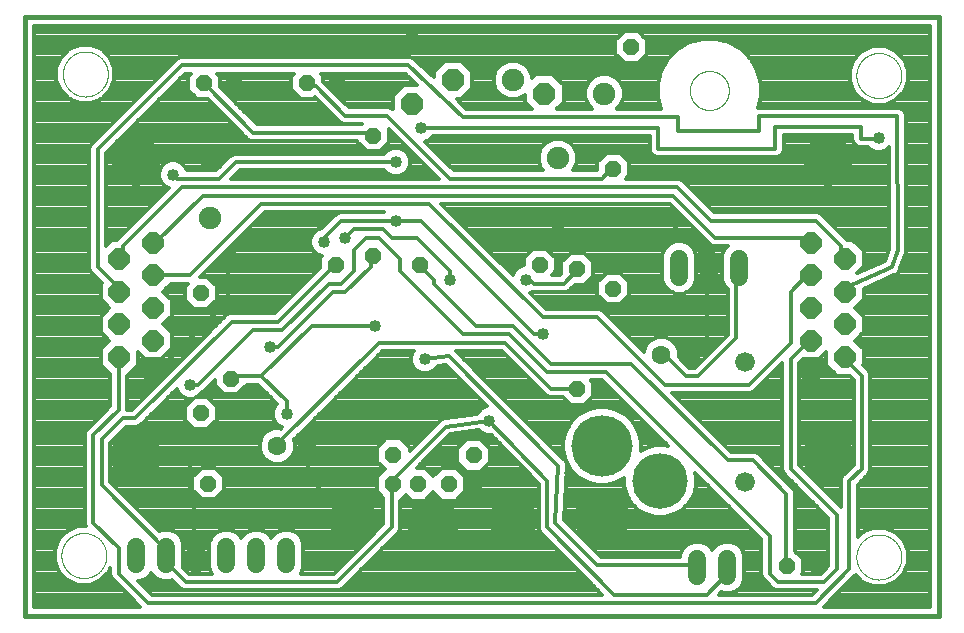
<source format=gbl>
G75*
%MOIN*%
%OFA0B0*%
%FSLAX25Y25*%
%IPPOS*%
%LPD*%
%AMOC8*
5,1,8,0,0,1.08239X$1,22.5*
%
%ADD10C,0.00000*%
%ADD11C,0.01600*%
%ADD12OC8,0.06300*%
%ADD13C,0.06300*%
%ADD14OC8,0.05200*%
%ADD15C,0.05937*%
%ADD16C,0.15748*%
%ADD17OC8,0.05600*%
%ADD18C,0.17716*%
%ADD19C,0.18504*%
%ADD20C,0.20472*%
%ADD21C,0.06600*%
%ADD22C,0.06000*%
%ADD23C,0.07500*%
%ADD24OC8,0.07500*%
%ADD25OC8,0.07050*%
%ADD26C,0.16750*%
%ADD27C,0.01400*%
%ADD28C,0.04000*%
D10*
X0017500Y0022500D02*
X0017502Y0022684D01*
X0017509Y0022868D01*
X0017520Y0023052D01*
X0017536Y0023235D01*
X0017556Y0023418D01*
X0017581Y0023600D01*
X0017610Y0023782D01*
X0017644Y0023963D01*
X0017682Y0024143D01*
X0017725Y0024322D01*
X0017772Y0024500D01*
X0017823Y0024677D01*
X0017879Y0024853D01*
X0017938Y0025027D01*
X0018003Y0025199D01*
X0018071Y0025370D01*
X0018143Y0025539D01*
X0018220Y0025707D01*
X0018301Y0025872D01*
X0018386Y0026035D01*
X0018474Y0026197D01*
X0018567Y0026356D01*
X0018664Y0026512D01*
X0018764Y0026667D01*
X0018868Y0026819D01*
X0018976Y0026968D01*
X0019087Y0027114D01*
X0019202Y0027258D01*
X0019321Y0027399D01*
X0019443Y0027537D01*
X0019568Y0027672D01*
X0019697Y0027803D01*
X0019828Y0027932D01*
X0019963Y0028057D01*
X0020101Y0028179D01*
X0020242Y0028298D01*
X0020386Y0028413D01*
X0020532Y0028524D01*
X0020681Y0028632D01*
X0020833Y0028736D01*
X0020988Y0028836D01*
X0021144Y0028933D01*
X0021303Y0029026D01*
X0021465Y0029114D01*
X0021628Y0029199D01*
X0021793Y0029280D01*
X0021961Y0029357D01*
X0022130Y0029429D01*
X0022301Y0029497D01*
X0022473Y0029562D01*
X0022647Y0029621D01*
X0022823Y0029677D01*
X0023000Y0029728D01*
X0023178Y0029775D01*
X0023357Y0029818D01*
X0023537Y0029856D01*
X0023718Y0029890D01*
X0023900Y0029919D01*
X0024082Y0029944D01*
X0024265Y0029964D01*
X0024448Y0029980D01*
X0024632Y0029991D01*
X0024816Y0029998D01*
X0025000Y0030000D01*
X0025184Y0029998D01*
X0025368Y0029991D01*
X0025552Y0029980D01*
X0025735Y0029964D01*
X0025918Y0029944D01*
X0026100Y0029919D01*
X0026282Y0029890D01*
X0026463Y0029856D01*
X0026643Y0029818D01*
X0026822Y0029775D01*
X0027000Y0029728D01*
X0027177Y0029677D01*
X0027353Y0029621D01*
X0027527Y0029562D01*
X0027699Y0029497D01*
X0027870Y0029429D01*
X0028039Y0029357D01*
X0028207Y0029280D01*
X0028372Y0029199D01*
X0028535Y0029114D01*
X0028697Y0029026D01*
X0028856Y0028933D01*
X0029012Y0028836D01*
X0029167Y0028736D01*
X0029319Y0028632D01*
X0029468Y0028524D01*
X0029614Y0028413D01*
X0029758Y0028298D01*
X0029899Y0028179D01*
X0030037Y0028057D01*
X0030172Y0027932D01*
X0030303Y0027803D01*
X0030432Y0027672D01*
X0030557Y0027537D01*
X0030679Y0027399D01*
X0030798Y0027258D01*
X0030913Y0027114D01*
X0031024Y0026968D01*
X0031132Y0026819D01*
X0031236Y0026667D01*
X0031336Y0026512D01*
X0031433Y0026356D01*
X0031526Y0026197D01*
X0031614Y0026035D01*
X0031699Y0025872D01*
X0031780Y0025707D01*
X0031857Y0025539D01*
X0031929Y0025370D01*
X0031997Y0025199D01*
X0032062Y0025027D01*
X0032121Y0024853D01*
X0032177Y0024677D01*
X0032228Y0024500D01*
X0032275Y0024322D01*
X0032318Y0024143D01*
X0032356Y0023963D01*
X0032390Y0023782D01*
X0032419Y0023600D01*
X0032444Y0023418D01*
X0032464Y0023235D01*
X0032480Y0023052D01*
X0032491Y0022868D01*
X0032498Y0022684D01*
X0032500Y0022500D01*
X0032498Y0022316D01*
X0032491Y0022132D01*
X0032480Y0021948D01*
X0032464Y0021765D01*
X0032444Y0021582D01*
X0032419Y0021400D01*
X0032390Y0021218D01*
X0032356Y0021037D01*
X0032318Y0020857D01*
X0032275Y0020678D01*
X0032228Y0020500D01*
X0032177Y0020323D01*
X0032121Y0020147D01*
X0032062Y0019973D01*
X0031997Y0019801D01*
X0031929Y0019630D01*
X0031857Y0019461D01*
X0031780Y0019293D01*
X0031699Y0019128D01*
X0031614Y0018965D01*
X0031526Y0018803D01*
X0031433Y0018644D01*
X0031336Y0018488D01*
X0031236Y0018333D01*
X0031132Y0018181D01*
X0031024Y0018032D01*
X0030913Y0017886D01*
X0030798Y0017742D01*
X0030679Y0017601D01*
X0030557Y0017463D01*
X0030432Y0017328D01*
X0030303Y0017197D01*
X0030172Y0017068D01*
X0030037Y0016943D01*
X0029899Y0016821D01*
X0029758Y0016702D01*
X0029614Y0016587D01*
X0029468Y0016476D01*
X0029319Y0016368D01*
X0029167Y0016264D01*
X0029012Y0016164D01*
X0028856Y0016067D01*
X0028697Y0015974D01*
X0028535Y0015886D01*
X0028372Y0015801D01*
X0028207Y0015720D01*
X0028039Y0015643D01*
X0027870Y0015571D01*
X0027699Y0015503D01*
X0027527Y0015438D01*
X0027353Y0015379D01*
X0027177Y0015323D01*
X0027000Y0015272D01*
X0026822Y0015225D01*
X0026643Y0015182D01*
X0026463Y0015144D01*
X0026282Y0015110D01*
X0026100Y0015081D01*
X0025918Y0015056D01*
X0025735Y0015036D01*
X0025552Y0015020D01*
X0025368Y0015009D01*
X0025184Y0015002D01*
X0025000Y0015000D01*
X0024816Y0015002D01*
X0024632Y0015009D01*
X0024448Y0015020D01*
X0024265Y0015036D01*
X0024082Y0015056D01*
X0023900Y0015081D01*
X0023718Y0015110D01*
X0023537Y0015144D01*
X0023357Y0015182D01*
X0023178Y0015225D01*
X0023000Y0015272D01*
X0022823Y0015323D01*
X0022647Y0015379D01*
X0022473Y0015438D01*
X0022301Y0015503D01*
X0022130Y0015571D01*
X0021961Y0015643D01*
X0021793Y0015720D01*
X0021628Y0015801D01*
X0021465Y0015886D01*
X0021303Y0015974D01*
X0021144Y0016067D01*
X0020988Y0016164D01*
X0020833Y0016264D01*
X0020681Y0016368D01*
X0020532Y0016476D01*
X0020386Y0016587D01*
X0020242Y0016702D01*
X0020101Y0016821D01*
X0019963Y0016943D01*
X0019828Y0017068D01*
X0019697Y0017197D01*
X0019568Y0017328D01*
X0019443Y0017463D01*
X0019321Y0017601D01*
X0019202Y0017742D01*
X0019087Y0017886D01*
X0018976Y0018032D01*
X0018868Y0018181D01*
X0018764Y0018333D01*
X0018664Y0018488D01*
X0018567Y0018644D01*
X0018474Y0018803D01*
X0018386Y0018965D01*
X0018301Y0019128D01*
X0018220Y0019293D01*
X0018143Y0019461D01*
X0018071Y0019630D01*
X0018003Y0019801D01*
X0017938Y0019973D01*
X0017879Y0020147D01*
X0017823Y0020323D01*
X0017772Y0020500D01*
X0017725Y0020678D01*
X0017682Y0020857D01*
X0017644Y0021037D01*
X0017610Y0021218D01*
X0017581Y0021400D01*
X0017556Y0021582D01*
X0017536Y0021765D01*
X0017520Y0021948D01*
X0017509Y0022132D01*
X0017502Y0022316D01*
X0017500Y0022500D01*
X0227000Y0177500D02*
X0227002Y0177661D01*
X0227008Y0177821D01*
X0227018Y0177982D01*
X0227032Y0178142D01*
X0227050Y0178302D01*
X0227071Y0178461D01*
X0227097Y0178620D01*
X0227127Y0178778D01*
X0227160Y0178935D01*
X0227198Y0179092D01*
X0227239Y0179247D01*
X0227284Y0179401D01*
X0227333Y0179554D01*
X0227386Y0179706D01*
X0227442Y0179857D01*
X0227503Y0180006D01*
X0227566Y0180154D01*
X0227634Y0180300D01*
X0227705Y0180444D01*
X0227779Y0180586D01*
X0227857Y0180727D01*
X0227939Y0180865D01*
X0228024Y0181002D01*
X0228112Y0181136D01*
X0228204Y0181268D01*
X0228299Y0181398D01*
X0228397Y0181526D01*
X0228498Y0181651D01*
X0228602Y0181773D01*
X0228709Y0181893D01*
X0228819Y0182010D01*
X0228932Y0182125D01*
X0229048Y0182236D01*
X0229167Y0182345D01*
X0229288Y0182450D01*
X0229412Y0182553D01*
X0229538Y0182653D01*
X0229666Y0182749D01*
X0229797Y0182842D01*
X0229931Y0182932D01*
X0230066Y0183019D01*
X0230204Y0183102D01*
X0230343Y0183182D01*
X0230485Y0183258D01*
X0230628Y0183331D01*
X0230773Y0183400D01*
X0230920Y0183466D01*
X0231068Y0183528D01*
X0231218Y0183586D01*
X0231369Y0183641D01*
X0231522Y0183692D01*
X0231676Y0183739D01*
X0231831Y0183782D01*
X0231987Y0183821D01*
X0232143Y0183857D01*
X0232301Y0183888D01*
X0232459Y0183916D01*
X0232618Y0183940D01*
X0232778Y0183960D01*
X0232938Y0183976D01*
X0233098Y0183988D01*
X0233259Y0183996D01*
X0233420Y0184000D01*
X0233580Y0184000D01*
X0233741Y0183996D01*
X0233902Y0183988D01*
X0234062Y0183976D01*
X0234222Y0183960D01*
X0234382Y0183940D01*
X0234541Y0183916D01*
X0234699Y0183888D01*
X0234857Y0183857D01*
X0235013Y0183821D01*
X0235169Y0183782D01*
X0235324Y0183739D01*
X0235478Y0183692D01*
X0235631Y0183641D01*
X0235782Y0183586D01*
X0235932Y0183528D01*
X0236080Y0183466D01*
X0236227Y0183400D01*
X0236372Y0183331D01*
X0236515Y0183258D01*
X0236657Y0183182D01*
X0236796Y0183102D01*
X0236934Y0183019D01*
X0237069Y0182932D01*
X0237203Y0182842D01*
X0237334Y0182749D01*
X0237462Y0182653D01*
X0237588Y0182553D01*
X0237712Y0182450D01*
X0237833Y0182345D01*
X0237952Y0182236D01*
X0238068Y0182125D01*
X0238181Y0182010D01*
X0238291Y0181893D01*
X0238398Y0181773D01*
X0238502Y0181651D01*
X0238603Y0181526D01*
X0238701Y0181398D01*
X0238796Y0181268D01*
X0238888Y0181136D01*
X0238976Y0181002D01*
X0239061Y0180865D01*
X0239143Y0180727D01*
X0239221Y0180586D01*
X0239295Y0180444D01*
X0239366Y0180300D01*
X0239434Y0180154D01*
X0239497Y0180006D01*
X0239558Y0179857D01*
X0239614Y0179706D01*
X0239667Y0179554D01*
X0239716Y0179401D01*
X0239761Y0179247D01*
X0239802Y0179092D01*
X0239840Y0178935D01*
X0239873Y0178778D01*
X0239903Y0178620D01*
X0239929Y0178461D01*
X0239950Y0178302D01*
X0239968Y0178142D01*
X0239982Y0177982D01*
X0239992Y0177821D01*
X0239998Y0177661D01*
X0240000Y0177500D01*
X0239998Y0177339D01*
X0239992Y0177179D01*
X0239982Y0177018D01*
X0239968Y0176858D01*
X0239950Y0176698D01*
X0239929Y0176539D01*
X0239903Y0176380D01*
X0239873Y0176222D01*
X0239840Y0176065D01*
X0239802Y0175908D01*
X0239761Y0175753D01*
X0239716Y0175599D01*
X0239667Y0175446D01*
X0239614Y0175294D01*
X0239558Y0175143D01*
X0239497Y0174994D01*
X0239434Y0174846D01*
X0239366Y0174700D01*
X0239295Y0174556D01*
X0239221Y0174414D01*
X0239143Y0174273D01*
X0239061Y0174135D01*
X0238976Y0173998D01*
X0238888Y0173864D01*
X0238796Y0173732D01*
X0238701Y0173602D01*
X0238603Y0173474D01*
X0238502Y0173349D01*
X0238398Y0173227D01*
X0238291Y0173107D01*
X0238181Y0172990D01*
X0238068Y0172875D01*
X0237952Y0172764D01*
X0237833Y0172655D01*
X0237712Y0172550D01*
X0237588Y0172447D01*
X0237462Y0172347D01*
X0237334Y0172251D01*
X0237203Y0172158D01*
X0237069Y0172068D01*
X0236934Y0171981D01*
X0236796Y0171898D01*
X0236657Y0171818D01*
X0236515Y0171742D01*
X0236372Y0171669D01*
X0236227Y0171600D01*
X0236080Y0171534D01*
X0235932Y0171472D01*
X0235782Y0171414D01*
X0235631Y0171359D01*
X0235478Y0171308D01*
X0235324Y0171261D01*
X0235169Y0171218D01*
X0235013Y0171179D01*
X0234857Y0171143D01*
X0234699Y0171112D01*
X0234541Y0171084D01*
X0234382Y0171060D01*
X0234222Y0171040D01*
X0234062Y0171024D01*
X0233902Y0171012D01*
X0233741Y0171004D01*
X0233580Y0171000D01*
X0233420Y0171000D01*
X0233259Y0171004D01*
X0233098Y0171012D01*
X0232938Y0171024D01*
X0232778Y0171040D01*
X0232618Y0171060D01*
X0232459Y0171084D01*
X0232301Y0171112D01*
X0232143Y0171143D01*
X0231987Y0171179D01*
X0231831Y0171218D01*
X0231676Y0171261D01*
X0231522Y0171308D01*
X0231369Y0171359D01*
X0231218Y0171414D01*
X0231068Y0171472D01*
X0230920Y0171534D01*
X0230773Y0171600D01*
X0230628Y0171669D01*
X0230485Y0171742D01*
X0230343Y0171818D01*
X0230204Y0171898D01*
X0230066Y0171981D01*
X0229931Y0172068D01*
X0229797Y0172158D01*
X0229666Y0172251D01*
X0229538Y0172347D01*
X0229412Y0172447D01*
X0229288Y0172550D01*
X0229167Y0172655D01*
X0229048Y0172764D01*
X0228932Y0172875D01*
X0228819Y0172990D01*
X0228709Y0173107D01*
X0228602Y0173227D01*
X0228498Y0173349D01*
X0228397Y0173474D01*
X0228299Y0173602D01*
X0228204Y0173732D01*
X0228112Y0173864D01*
X0228024Y0173998D01*
X0227939Y0174135D01*
X0227857Y0174273D01*
X0227779Y0174414D01*
X0227705Y0174556D01*
X0227634Y0174700D01*
X0227566Y0174846D01*
X0227503Y0174994D01*
X0227442Y0175143D01*
X0227386Y0175294D01*
X0227333Y0175446D01*
X0227284Y0175599D01*
X0227239Y0175753D01*
X0227198Y0175908D01*
X0227160Y0176065D01*
X0227127Y0176222D01*
X0227097Y0176380D01*
X0227071Y0176539D01*
X0227050Y0176698D01*
X0227032Y0176858D01*
X0227018Y0177018D01*
X0227008Y0177179D01*
X0227002Y0177339D01*
X0227000Y0177500D01*
X0282500Y0182500D02*
X0282502Y0182684D01*
X0282509Y0182868D01*
X0282520Y0183052D01*
X0282536Y0183235D01*
X0282556Y0183418D01*
X0282581Y0183600D01*
X0282610Y0183782D01*
X0282644Y0183963D01*
X0282682Y0184143D01*
X0282725Y0184322D01*
X0282772Y0184500D01*
X0282823Y0184677D01*
X0282879Y0184853D01*
X0282938Y0185027D01*
X0283003Y0185199D01*
X0283071Y0185370D01*
X0283143Y0185539D01*
X0283220Y0185707D01*
X0283301Y0185872D01*
X0283386Y0186035D01*
X0283474Y0186197D01*
X0283567Y0186356D01*
X0283664Y0186512D01*
X0283764Y0186667D01*
X0283868Y0186819D01*
X0283976Y0186968D01*
X0284087Y0187114D01*
X0284202Y0187258D01*
X0284321Y0187399D01*
X0284443Y0187537D01*
X0284568Y0187672D01*
X0284697Y0187803D01*
X0284828Y0187932D01*
X0284963Y0188057D01*
X0285101Y0188179D01*
X0285242Y0188298D01*
X0285386Y0188413D01*
X0285532Y0188524D01*
X0285681Y0188632D01*
X0285833Y0188736D01*
X0285988Y0188836D01*
X0286144Y0188933D01*
X0286303Y0189026D01*
X0286465Y0189114D01*
X0286628Y0189199D01*
X0286793Y0189280D01*
X0286961Y0189357D01*
X0287130Y0189429D01*
X0287301Y0189497D01*
X0287473Y0189562D01*
X0287647Y0189621D01*
X0287823Y0189677D01*
X0288000Y0189728D01*
X0288178Y0189775D01*
X0288357Y0189818D01*
X0288537Y0189856D01*
X0288718Y0189890D01*
X0288900Y0189919D01*
X0289082Y0189944D01*
X0289265Y0189964D01*
X0289448Y0189980D01*
X0289632Y0189991D01*
X0289816Y0189998D01*
X0290000Y0190000D01*
X0290184Y0189998D01*
X0290368Y0189991D01*
X0290552Y0189980D01*
X0290735Y0189964D01*
X0290918Y0189944D01*
X0291100Y0189919D01*
X0291282Y0189890D01*
X0291463Y0189856D01*
X0291643Y0189818D01*
X0291822Y0189775D01*
X0292000Y0189728D01*
X0292177Y0189677D01*
X0292353Y0189621D01*
X0292527Y0189562D01*
X0292699Y0189497D01*
X0292870Y0189429D01*
X0293039Y0189357D01*
X0293207Y0189280D01*
X0293372Y0189199D01*
X0293535Y0189114D01*
X0293697Y0189026D01*
X0293856Y0188933D01*
X0294012Y0188836D01*
X0294167Y0188736D01*
X0294319Y0188632D01*
X0294468Y0188524D01*
X0294614Y0188413D01*
X0294758Y0188298D01*
X0294899Y0188179D01*
X0295037Y0188057D01*
X0295172Y0187932D01*
X0295303Y0187803D01*
X0295432Y0187672D01*
X0295557Y0187537D01*
X0295679Y0187399D01*
X0295798Y0187258D01*
X0295913Y0187114D01*
X0296024Y0186968D01*
X0296132Y0186819D01*
X0296236Y0186667D01*
X0296336Y0186512D01*
X0296433Y0186356D01*
X0296526Y0186197D01*
X0296614Y0186035D01*
X0296699Y0185872D01*
X0296780Y0185707D01*
X0296857Y0185539D01*
X0296929Y0185370D01*
X0296997Y0185199D01*
X0297062Y0185027D01*
X0297121Y0184853D01*
X0297177Y0184677D01*
X0297228Y0184500D01*
X0297275Y0184322D01*
X0297318Y0184143D01*
X0297356Y0183963D01*
X0297390Y0183782D01*
X0297419Y0183600D01*
X0297444Y0183418D01*
X0297464Y0183235D01*
X0297480Y0183052D01*
X0297491Y0182868D01*
X0297498Y0182684D01*
X0297500Y0182500D01*
X0297498Y0182316D01*
X0297491Y0182132D01*
X0297480Y0181948D01*
X0297464Y0181765D01*
X0297444Y0181582D01*
X0297419Y0181400D01*
X0297390Y0181218D01*
X0297356Y0181037D01*
X0297318Y0180857D01*
X0297275Y0180678D01*
X0297228Y0180500D01*
X0297177Y0180323D01*
X0297121Y0180147D01*
X0297062Y0179973D01*
X0296997Y0179801D01*
X0296929Y0179630D01*
X0296857Y0179461D01*
X0296780Y0179293D01*
X0296699Y0179128D01*
X0296614Y0178965D01*
X0296526Y0178803D01*
X0296433Y0178644D01*
X0296336Y0178488D01*
X0296236Y0178333D01*
X0296132Y0178181D01*
X0296024Y0178032D01*
X0295913Y0177886D01*
X0295798Y0177742D01*
X0295679Y0177601D01*
X0295557Y0177463D01*
X0295432Y0177328D01*
X0295303Y0177197D01*
X0295172Y0177068D01*
X0295037Y0176943D01*
X0294899Y0176821D01*
X0294758Y0176702D01*
X0294614Y0176587D01*
X0294468Y0176476D01*
X0294319Y0176368D01*
X0294167Y0176264D01*
X0294012Y0176164D01*
X0293856Y0176067D01*
X0293697Y0175974D01*
X0293535Y0175886D01*
X0293372Y0175801D01*
X0293207Y0175720D01*
X0293039Y0175643D01*
X0292870Y0175571D01*
X0292699Y0175503D01*
X0292527Y0175438D01*
X0292353Y0175379D01*
X0292177Y0175323D01*
X0292000Y0175272D01*
X0291822Y0175225D01*
X0291643Y0175182D01*
X0291463Y0175144D01*
X0291282Y0175110D01*
X0291100Y0175081D01*
X0290918Y0175056D01*
X0290735Y0175036D01*
X0290552Y0175020D01*
X0290368Y0175009D01*
X0290184Y0175002D01*
X0290000Y0175000D01*
X0289816Y0175002D01*
X0289632Y0175009D01*
X0289448Y0175020D01*
X0289265Y0175036D01*
X0289082Y0175056D01*
X0288900Y0175081D01*
X0288718Y0175110D01*
X0288537Y0175144D01*
X0288357Y0175182D01*
X0288178Y0175225D01*
X0288000Y0175272D01*
X0287823Y0175323D01*
X0287647Y0175379D01*
X0287473Y0175438D01*
X0287301Y0175503D01*
X0287130Y0175571D01*
X0286961Y0175643D01*
X0286793Y0175720D01*
X0286628Y0175801D01*
X0286465Y0175886D01*
X0286303Y0175974D01*
X0286144Y0176067D01*
X0285988Y0176164D01*
X0285833Y0176264D01*
X0285681Y0176368D01*
X0285532Y0176476D01*
X0285386Y0176587D01*
X0285242Y0176702D01*
X0285101Y0176821D01*
X0284963Y0176943D01*
X0284828Y0177068D01*
X0284697Y0177197D01*
X0284568Y0177328D01*
X0284443Y0177463D01*
X0284321Y0177601D01*
X0284202Y0177742D01*
X0284087Y0177886D01*
X0283976Y0178032D01*
X0283868Y0178181D01*
X0283764Y0178333D01*
X0283664Y0178488D01*
X0283567Y0178644D01*
X0283474Y0178803D01*
X0283386Y0178965D01*
X0283301Y0179128D01*
X0283220Y0179293D01*
X0283143Y0179461D01*
X0283071Y0179630D01*
X0283003Y0179801D01*
X0282938Y0179973D01*
X0282879Y0180147D01*
X0282823Y0180323D01*
X0282772Y0180500D01*
X0282725Y0180678D01*
X0282682Y0180857D01*
X0282644Y0181037D01*
X0282610Y0181218D01*
X0282581Y0181400D01*
X0282556Y0181582D01*
X0282536Y0181765D01*
X0282520Y0181948D01*
X0282509Y0182132D01*
X0282502Y0182316D01*
X0282500Y0182500D01*
X0282500Y0022000D02*
X0282502Y0022184D01*
X0282509Y0022368D01*
X0282520Y0022552D01*
X0282536Y0022735D01*
X0282556Y0022918D01*
X0282581Y0023100D01*
X0282610Y0023282D01*
X0282644Y0023463D01*
X0282682Y0023643D01*
X0282725Y0023822D01*
X0282772Y0024000D01*
X0282823Y0024177D01*
X0282879Y0024353D01*
X0282938Y0024527D01*
X0283003Y0024699D01*
X0283071Y0024870D01*
X0283143Y0025039D01*
X0283220Y0025207D01*
X0283301Y0025372D01*
X0283386Y0025535D01*
X0283474Y0025697D01*
X0283567Y0025856D01*
X0283664Y0026012D01*
X0283764Y0026167D01*
X0283868Y0026319D01*
X0283976Y0026468D01*
X0284087Y0026614D01*
X0284202Y0026758D01*
X0284321Y0026899D01*
X0284443Y0027037D01*
X0284568Y0027172D01*
X0284697Y0027303D01*
X0284828Y0027432D01*
X0284963Y0027557D01*
X0285101Y0027679D01*
X0285242Y0027798D01*
X0285386Y0027913D01*
X0285532Y0028024D01*
X0285681Y0028132D01*
X0285833Y0028236D01*
X0285988Y0028336D01*
X0286144Y0028433D01*
X0286303Y0028526D01*
X0286465Y0028614D01*
X0286628Y0028699D01*
X0286793Y0028780D01*
X0286961Y0028857D01*
X0287130Y0028929D01*
X0287301Y0028997D01*
X0287473Y0029062D01*
X0287647Y0029121D01*
X0287823Y0029177D01*
X0288000Y0029228D01*
X0288178Y0029275D01*
X0288357Y0029318D01*
X0288537Y0029356D01*
X0288718Y0029390D01*
X0288900Y0029419D01*
X0289082Y0029444D01*
X0289265Y0029464D01*
X0289448Y0029480D01*
X0289632Y0029491D01*
X0289816Y0029498D01*
X0290000Y0029500D01*
X0290184Y0029498D01*
X0290368Y0029491D01*
X0290552Y0029480D01*
X0290735Y0029464D01*
X0290918Y0029444D01*
X0291100Y0029419D01*
X0291282Y0029390D01*
X0291463Y0029356D01*
X0291643Y0029318D01*
X0291822Y0029275D01*
X0292000Y0029228D01*
X0292177Y0029177D01*
X0292353Y0029121D01*
X0292527Y0029062D01*
X0292699Y0028997D01*
X0292870Y0028929D01*
X0293039Y0028857D01*
X0293207Y0028780D01*
X0293372Y0028699D01*
X0293535Y0028614D01*
X0293697Y0028526D01*
X0293856Y0028433D01*
X0294012Y0028336D01*
X0294167Y0028236D01*
X0294319Y0028132D01*
X0294468Y0028024D01*
X0294614Y0027913D01*
X0294758Y0027798D01*
X0294899Y0027679D01*
X0295037Y0027557D01*
X0295172Y0027432D01*
X0295303Y0027303D01*
X0295432Y0027172D01*
X0295557Y0027037D01*
X0295679Y0026899D01*
X0295798Y0026758D01*
X0295913Y0026614D01*
X0296024Y0026468D01*
X0296132Y0026319D01*
X0296236Y0026167D01*
X0296336Y0026012D01*
X0296433Y0025856D01*
X0296526Y0025697D01*
X0296614Y0025535D01*
X0296699Y0025372D01*
X0296780Y0025207D01*
X0296857Y0025039D01*
X0296929Y0024870D01*
X0296997Y0024699D01*
X0297062Y0024527D01*
X0297121Y0024353D01*
X0297177Y0024177D01*
X0297228Y0024000D01*
X0297275Y0023822D01*
X0297318Y0023643D01*
X0297356Y0023463D01*
X0297390Y0023282D01*
X0297419Y0023100D01*
X0297444Y0022918D01*
X0297464Y0022735D01*
X0297480Y0022552D01*
X0297491Y0022368D01*
X0297498Y0022184D01*
X0297500Y0022000D01*
X0297498Y0021816D01*
X0297491Y0021632D01*
X0297480Y0021448D01*
X0297464Y0021265D01*
X0297444Y0021082D01*
X0297419Y0020900D01*
X0297390Y0020718D01*
X0297356Y0020537D01*
X0297318Y0020357D01*
X0297275Y0020178D01*
X0297228Y0020000D01*
X0297177Y0019823D01*
X0297121Y0019647D01*
X0297062Y0019473D01*
X0296997Y0019301D01*
X0296929Y0019130D01*
X0296857Y0018961D01*
X0296780Y0018793D01*
X0296699Y0018628D01*
X0296614Y0018465D01*
X0296526Y0018303D01*
X0296433Y0018144D01*
X0296336Y0017988D01*
X0296236Y0017833D01*
X0296132Y0017681D01*
X0296024Y0017532D01*
X0295913Y0017386D01*
X0295798Y0017242D01*
X0295679Y0017101D01*
X0295557Y0016963D01*
X0295432Y0016828D01*
X0295303Y0016697D01*
X0295172Y0016568D01*
X0295037Y0016443D01*
X0294899Y0016321D01*
X0294758Y0016202D01*
X0294614Y0016087D01*
X0294468Y0015976D01*
X0294319Y0015868D01*
X0294167Y0015764D01*
X0294012Y0015664D01*
X0293856Y0015567D01*
X0293697Y0015474D01*
X0293535Y0015386D01*
X0293372Y0015301D01*
X0293207Y0015220D01*
X0293039Y0015143D01*
X0292870Y0015071D01*
X0292699Y0015003D01*
X0292527Y0014938D01*
X0292353Y0014879D01*
X0292177Y0014823D01*
X0292000Y0014772D01*
X0291822Y0014725D01*
X0291643Y0014682D01*
X0291463Y0014644D01*
X0291282Y0014610D01*
X0291100Y0014581D01*
X0290918Y0014556D01*
X0290735Y0014536D01*
X0290552Y0014520D01*
X0290368Y0014509D01*
X0290184Y0014502D01*
X0290000Y0014500D01*
X0289816Y0014502D01*
X0289632Y0014509D01*
X0289448Y0014520D01*
X0289265Y0014536D01*
X0289082Y0014556D01*
X0288900Y0014581D01*
X0288718Y0014610D01*
X0288537Y0014644D01*
X0288357Y0014682D01*
X0288178Y0014725D01*
X0288000Y0014772D01*
X0287823Y0014823D01*
X0287647Y0014879D01*
X0287473Y0014938D01*
X0287301Y0015003D01*
X0287130Y0015071D01*
X0286961Y0015143D01*
X0286793Y0015220D01*
X0286628Y0015301D01*
X0286465Y0015386D01*
X0286303Y0015474D01*
X0286144Y0015567D01*
X0285988Y0015664D01*
X0285833Y0015764D01*
X0285681Y0015868D01*
X0285532Y0015976D01*
X0285386Y0016087D01*
X0285242Y0016202D01*
X0285101Y0016321D01*
X0284963Y0016443D01*
X0284828Y0016568D01*
X0284697Y0016697D01*
X0284568Y0016828D01*
X0284443Y0016963D01*
X0284321Y0017101D01*
X0284202Y0017242D01*
X0284087Y0017386D01*
X0283976Y0017532D01*
X0283868Y0017681D01*
X0283764Y0017833D01*
X0283664Y0017988D01*
X0283567Y0018144D01*
X0283474Y0018303D01*
X0283386Y0018465D01*
X0283301Y0018628D01*
X0283220Y0018793D01*
X0283143Y0018961D01*
X0283071Y0019130D01*
X0283003Y0019301D01*
X0282938Y0019473D01*
X0282879Y0019647D01*
X0282823Y0019823D01*
X0282772Y0020000D01*
X0282725Y0020178D01*
X0282682Y0020357D01*
X0282644Y0020537D01*
X0282610Y0020718D01*
X0282581Y0020900D01*
X0282556Y0021082D01*
X0282536Y0021265D01*
X0282520Y0021448D01*
X0282509Y0021632D01*
X0282502Y0021816D01*
X0282500Y0022000D01*
X0018000Y0183000D02*
X0018002Y0183184D01*
X0018009Y0183368D01*
X0018020Y0183552D01*
X0018036Y0183735D01*
X0018056Y0183918D01*
X0018081Y0184100D01*
X0018110Y0184282D01*
X0018144Y0184463D01*
X0018182Y0184643D01*
X0018225Y0184822D01*
X0018272Y0185000D01*
X0018323Y0185177D01*
X0018379Y0185353D01*
X0018438Y0185527D01*
X0018503Y0185699D01*
X0018571Y0185870D01*
X0018643Y0186039D01*
X0018720Y0186207D01*
X0018801Y0186372D01*
X0018886Y0186535D01*
X0018974Y0186697D01*
X0019067Y0186856D01*
X0019164Y0187012D01*
X0019264Y0187167D01*
X0019368Y0187319D01*
X0019476Y0187468D01*
X0019587Y0187614D01*
X0019702Y0187758D01*
X0019821Y0187899D01*
X0019943Y0188037D01*
X0020068Y0188172D01*
X0020197Y0188303D01*
X0020328Y0188432D01*
X0020463Y0188557D01*
X0020601Y0188679D01*
X0020742Y0188798D01*
X0020886Y0188913D01*
X0021032Y0189024D01*
X0021181Y0189132D01*
X0021333Y0189236D01*
X0021488Y0189336D01*
X0021644Y0189433D01*
X0021803Y0189526D01*
X0021965Y0189614D01*
X0022128Y0189699D01*
X0022293Y0189780D01*
X0022461Y0189857D01*
X0022630Y0189929D01*
X0022801Y0189997D01*
X0022973Y0190062D01*
X0023147Y0190121D01*
X0023323Y0190177D01*
X0023500Y0190228D01*
X0023678Y0190275D01*
X0023857Y0190318D01*
X0024037Y0190356D01*
X0024218Y0190390D01*
X0024400Y0190419D01*
X0024582Y0190444D01*
X0024765Y0190464D01*
X0024948Y0190480D01*
X0025132Y0190491D01*
X0025316Y0190498D01*
X0025500Y0190500D01*
X0025684Y0190498D01*
X0025868Y0190491D01*
X0026052Y0190480D01*
X0026235Y0190464D01*
X0026418Y0190444D01*
X0026600Y0190419D01*
X0026782Y0190390D01*
X0026963Y0190356D01*
X0027143Y0190318D01*
X0027322Y0190275D01*
X0027500Y0190228D01*
X0027677Y0190177D01*
X0027853Y0190121D01*
X0028027Y0190062D01*
X0028199Y0189997D01*
X0028370Y0189929D01*
X0028539Y0189857D01*
X0028707Y0189780D01*
X0028872Y0189699D01*
X0029035Y0189614D01*
X0029197Y0189526D01*
X0029356Y0189433D01*
X0029512Y0189336D01*
X0029667Y0189236D01*
X0029819Y0189132D01*
X0029968Y0189024D01*
X0030114Y0188913D01*
X0030258Y0188798D01*
X0030399Y0188679D01*
X0030537Y0188557D01*
X0030672Y0188432D01*
X0030803Y0188303D01*
X0030932Y0188172D01*
X0031057Y0188037D01*
X0031179Y0187899D01*
X0031298Y0187758D01*
X0031413Y0187614D01*
X0031524Y0187468D01*
X0031632Y0187319D01*
X0031736Y0187167D01*
X0031836Y0187012D01*
X0031933Y0186856D01*
X0032026Y0186697D01*
X0032114Y0186535D01*
X0032199Y0186372D01*
X0032280Y0186207D01*
X0032357Y0186039D01*
X0032429Y0185870D01*
X0032497Y0185699D01*
X0032562Y0185527D01*
X0032621Y0185353D01*
X0032677Y0185177D01*
X0032728Y0185000D01*
X0032775Y0184822D01*
X0032818Y0184643D01*
X0032856Y0184463D01*
X0032890Y0184282D01*
X0032919Y0184100D01*
X0032944Y0183918D01*
X0032964Y0183735D01*
X0032980Y0183552D01*
X0032991Y0183368D01*
X0032998Y0183184D01*
X0033000Y0183000D01*
X0032998Y0182816D01*
X0032991Y0182632D01*
X0032980Y0182448D01*
X0032964Y0182265D01*
X0032944Y0182082D01*
X0032919Y0181900D01*
X0032890Y0181718D01*
X0032856Y0181537D01*
X0032818Y0181357D01*
X0032775Y0181178D01*
X0032728Y0181000D01*
X0032677Y0180823D01*
X0032621Y0180647D01*
X0032562Y0180473D01*
X0032497Y0180301D01*
X0032429Y0180130D01*
X0032357Y0179961D01*
X0032280Y0179793D01*
X0032199Y0179628D01*
X0032114Y0179465D01*
X0032026Y0179303D01*
X0031933Y0179144D01*
X0031836Y0178988D01*
X0031736Y0178833D01*
X0031632Y0178681D01*
X0031524Y0178532D01*
X0031413Y0178386D01*
X0031298Y0178242D01*
X0031179Y0178101D01*
X0031057Y0177963D01*
X0030932Y0177828D01*
X0030803Y0177697D01*
X0030672Y0177568D01*
X0030537Y0177443D01*
X0030399Y0177321D01*
X0030258Y0177202D01*
X0030114Y0177087D01*
X0029968Y0176976D01*
X0029819Y0176868D01*
X0029667Y0176764D01*
X0029512Y0176664D01*
X0029356Y0176567D01*
X0029197Y0176474D01*
X0029035Y0176386D01*
X0028872Y0176301D01*
X0028707Y0176220D01*
X0028539Y0176143D01*
X0028370Y0176071D01*
X0028199Y0176003D01*
X0028027Y0175938D01*
X0027853Y0175879D01*
X0027677Y0175823D01*
X0027500Y0175772D01*
X0027322Y0175725D01*
X0027143Y0175682D01*
X0026963Y0175644D01*
X0026782Y0175610D01*
X0026600Y0175581D01*
X0026418Y0175556D01*
X0026235Y0175536D01*
X0026052Y0175520D01*
X0025868Y0175509D01*
X0025684Y0175502D01*
X0025500Y0175500D01*
X0025316Y0175502D01*
X0025132Y0175509D01*
X0024948Y0175520D01*
X0024765Y0175536D01*
X0024582Y0175556D01*
X0024400Y0175581D01*
X0024218Y0175610D01*
X0024037Y0175644D01*
X0023857Y0175682D01*
X0023678Y0175725D01*
X0023500Y0175772D01*
X0023323Y0175823D01*
X0023147Y0175879D01*
X0022973Y0175938D01*
X0022801Y0176003D01*
X0022630Y0176071D01*
X0022461Y0176143D01*
X0022293Y0176220D01*
X0022128Y0176301D01*
X0021965Y0176386D01*
X0021803Y0176474D01*
X0021644Y0176567D01*
X0021488Y0176664D01*
X0021333Y0176764D01*
X0021181Y0176868D01*
X0021032Y0176976D01*
X0020886Y0177087D01*
X0020742Y0177202D01*
X0020601Y0177321D01*
X0020463Y0177443D01*
X0020328Y0177568D01*
X0020197Y0177697D01*
X0020068Y0177828D01*
X0019943Y0177963D01*
X0019821Y0178101D01*
X0019702Y0178242D01*
X0019587Y0178386D01*
X0019476Y0178532D01*
X0019368Y0178681D01*
X0019264Y0178833D01*
X0019164Y0178988D01*
X0019067Y0179144D01*
X0018974Y0179303D01*
X0018886Y0179465D01*
X0018801Y0179628D01*
X0018720Y0179793D01*
X0018643Y0179961D01*
X0018571Y0180130D01*
X0018503Y0180301D01*
X0018438Y0180473D01*
X0018379Y0180647D01*
X0018323Y0180823D01*
X0018272Y0181000D01*
X0018225Y0181178D01*
X0018182Y0181357D01*
X0018144Y0181537D01*
X0018110Y0181718D01*
X0018081Y0181900D01*
X0018056Y0182082D01*
X0018036Y0182265D01*
X0018020Y0182448D01*
X0018009Y0182632D01*
X0018002Y0182816D01*
X0018000Y0183000D01*
D11*
X0005500Y0202000D02*
X0005500Y0002500D01*
X0310000Y0002500D01*
X0310000Y0202000D01*
X0005500Y0202000D01*
X0289900Y0161700D02*
X0289900Y0161500D01*
D12*
X0227500Y0089500D03*
X0099500Y0059000D03*
D13*
X0089500Y0059000D03*
X0217500Y0089500D03*
D14*
X0189500Y0078000D03*
X0201500Y0111500D03*
X0189500Y0118000D03*
X0177000Y0119500D03*
X0137000Y0119500D03*
X0121500Y0122500D03*
X0109000Y0119500D03*
X0099000Y0119500D03*
X0074000Y0121500D03*
X0064000Y0110000D03*
X0074000Y0081500D03*
X0064000Y0070000D03*
X0066500Y0056500D03*
X0066500Y0046500D03*
X0201500Y0151500D03*
X0207500Y0192000D03*
X0167500Y0192000D03*
X0121500Y0162500D03*
X0109500Y0180000D03*
X0099500Y0180000D03*
X0075000Y0180000D03*
X0065000Y0180000D03*
X0259500Y0019000D03*
X0269500Y0019000D03*
D15*
X0239500Y0021469D02*
X0239500Y0015531D01*
X0229500Y0015531D02*
X0229500Y0021469D01*
X0092500Y0019531D02*
X0092500Y0025469D01*
X0082500Y0025469D02*
X0082500Y0019531D01*
X0072500Y0019531D02*
X0072500Y0025469D01*
X0062500Y0025469D02*
X0062500Y0019531D01*
X0052500Y0019531D02*
X0052500Y0025469D01*
X0042500Y0025469D02*
X0042500Y0019531D01*
D16*
X0114728Y0034453D03*
X0168075Y0034453D03*
D17*
X0154886Y0046264D03*
X0146618Y0046264D03*
X0136382Y0046264D03*
X0128114Y0046264D03*
X0128114Y0056106D03*
X0154886Y0055909D03*
D18*
X0141500Y0033000D03*
D19*
X0197791Y0035315D03*
X0217083Y0047323D03*
D20*
X0197791Y0058937D03*
D21*
X0245500Y0047000D03*
X0245500Y0087000D03*
D22*
X0243500Y0115500D02*
X0243500Y0121500D01*
X0233500Y0121500D02*
X0233500Y0115500D01*
X0223500Y0115500D02*
X0223500Y0121500D01*
D23*
X0183000Y0155000D03*
X0198500Y0176500D03*
X0168000Y0181000D03*
X0134500Y0193000D03*
X0067000Y0135000D03*
D24*
X0067000Y0155000D03*
X0134500Y0173000D03*
X0148000Y0181000D03*
X0178500Y0176500D03*
X0183000Y0135000D03*
D25*
X0267495Y0126800D03*
X0278690Y0121350D03*
X0267495Y0115900D03*
X0278690Y0110450D03*
X0267495Y0105000D03*
X0278690Y0099550D03*
X0267495Y0094100D03*
X0278690Y0088650D03*
X0267495Y0083200D03*
X0048005Y0083200D03*
X0036810Y0088650D03*
X0048005Y0094100D03*
X0036810Y0099550D03*
X0048005Y0105000D03*
X0036810Y0110450D03*
X0048005Y0115900D03*
X0036810Y0121350D03*
X0048005Y0126800D03*
D26*
X0042405Y0154000D03*
X0042405Y0056000D03*
X0273095Y0056000D03*
X0273095Y0154000D03*
D27*
X0281626Y0159914D02*
X0282414Y0159126D01*
X0283443Y0158700D01*
X0286253Y0158700D01*
X0287238Y0157716D01*
X0288965Y0157000D01*
X0290835Y0157000D01*
X0292562Y0157716D01*
X0293423Y0158576D01*
X0293499Y0124782D01*
X0292063Y0120762D01*
X0282658Y0116515D01*
X0284915Y0118772D01*
X0284915Y0123928D01*
X0281269Y0127575D01*
X0279485Y0127575D01*
X0278986Y0128074D01*
X0270586Y0136474D01*
X0269557Y0136900D01*
X0235160Y0136900D01*
X0224386Y0147674D01*
X0223357Y0148100D01*
X0205595Y0148100D01*
X0206800Y0149305D01*
X0206800Y0153695D01*
X0203695Y0156800D01*
X0199305Y0156800D01*
X0196200Y0153695D01*
X0196200Y0150900D01*
X0188022Y0150900D01*
X0188468Y0151346D01*
X0189450Y0153717D01*
X0189450Y0156283D01*
X0188468Y0158654D01*
X0186654Y0160468D01*
X0184283Y0161450D01*
X0181717Y0161450D01*
X0179346Y0160468D01*
X0177532Y0158654D01*
X0176550Y0156283D01*
X0176550Y0153717D01*
X0177532Y0151346D01*
X0177978Y0150900D01*
X0148360Y0150900D01*
X0138847Y0160412D01*
X0140062Y0160916D01*
X0141347Y0162200D01*
X0213700Y0162200D01*
X0213700Y0157443D01*
X0214126Y0156414D01*
X0214914Y0155626D01*
X0215943Y0155200D01*
X0256057Y0155200D01*
X0257086Y0155626D01*
X0257874Y0156414D01*
X0258300Y0157443D01*
X0258300Y0162600D01*
X0281200Y0162600D01*
X0281200Y0162057D01*
X0281200Y0160943D01*
X0281626Y0159914D01*
X0281370Y0160532D02*
X0258300Y0160532D01*
X0258300Y0161930D02*
X0281200Y0161930D01*
X0284000Y0161500D02*
X0289900Y0161500D01*
X0284000Y0161500D02*
X0284000Y0165400D01*
X0255500Y0165400D01*
X0255500Y0158000D01*
X0216500Y0158000D01*
X0216500Y0165000D01*
X0137400Y0165000D01*
X0137400Y0164900D01*
X0141077Y0161930D02*
X0213700Y0161930D01*
X0213700Y0160532D02*
X0186500Y0160532D01*
X0187988Y0159133D02*
X0213700Y0159133D01*
X0213700Y0157735D02*
X0188849Y0157735D01*
X0189428Y0156336D02*
X0198841Y0156336D01*
X0197442Y0154938D02*
X0189450Y0154938D01*
X0189376Y0153539D02*
X0196200Y0153539D01*
X0196200Y0152141D02*
X0188797Y0152141D01*
X0197600Y0148100D02*
X0200400Y0150900D01*
X0201500Y0151500D01*
X0197600Y0148100D02*
X0147200Y0148100D01*
X0126200Y0169100D01*
X0112200Y0169100D01*
X0102400Y0178900D01*
X0099600Y0178900D01*
X0099500Y0180000D01*
X0103895Y0183100D02*
X0132086Y0183100D01*
X0135948Y0179450D01*
X0131828Y0179450D01*
X0128050Y0175672D01*
X0128050Y0171210D01*
X0127786Y0171474D01*
X0126757Y0171900D01*
X0113360Y0171900D01*
X0104800Y0180460D01*
X0104800Y0182195D01*
X0103895Y0183100D01*
X0104087Y0182908D02*
X0132289Y0182908D01*
X0133769Y0181509D02*
X0104800Y0181509D01*
X0105149Y0180111D02*
X0135249Y0180111D01*
X0131091Y0178712D02*
X0106547Y0178712D01*
X0107946Y0177314D02*
X0129692Y0177314D01*
X0128294Y0175915D02*
X0109344Y0175915D01*
X0110743Y0174517D02*
X0128050Y0174517D01*
X0128050Y0173118D02*
X0112141Y0173118D01*
X0108417Y0168923D02*
X0079937Y0168923D01*
X0078538Y0170321D02*
X0107019Y0170321D01*
X0105620Y0171720D02*
X0077140Y0171720D01*
X0075741Y0173118D02*
X0104222Y0173118D01*
X0102823Y0174517D02*
X0074343Y0174517D01*
X0072944Y0175915D02*
X0096089Y0175915D01*
X0097305Y0174700D02*
X0094200Y0177805D01*
X0094200Y0182195D01*
X0095105Y0183100D01*
X0069395Y0183100D01*
X0070300Y0182195D01*
X0070300Y0178560D01*
X0082560Y0166300D01*
X0117805Y0166300D01*
X0117805Y0166300D01*
X0111643Y0166300D01*
X0110614Y0166726D01*
X0109826Y0167514D01*
X0109826Y0167514D01*
X0102168Y0175172D01*
X0101695Y0174700D01*
X0097305Y0174700D01*
X0094691Y0177314D02*
X0071546Y0177314D01*
X0070300Y0178712D02*
X0094200Y0178712D01*
X0094200Y0180111D02*
X0070300Y0180111D01*
X0070300Y0181509D02*
X0094200Y0181509D01*
X0094913Y0182908D02*
X0069587Y0182908D01*
X0066000Y0178900D02*
X0065000Y0180000D01*
X0066000Y0178900D02*
X0081400Y0163500D01*
X0120600Y0163500D01*
X0121500Y0162500D01*
X0125629Y0159133D02*
X0132207Y0159133D01*
X0131662Y0157684D02*
X0129935Y0158400D01*
X0128065Y0158400D01*
X0126338Y0157684D01*
X0125153Y0156500D01*
X0075243Y0156500D01*
X0074214Y0156074D01*
X0073426Y0155286D01*
X0069040Y0150900D01*
X0059307Y0150900D01*
X0058784Y0152162D01*
X0057462Y0153484D01*
X0055735Y0154200D01*
X0053865Y0154200D01*
X0052138Y0153484D01*
X0050816Y0152162D01*
X0050100Y0150435D01*
X0050100Y0148565D01*
X0050816Y0146838D01*
X0052138Y0145516D01*
X0053353Y0145012D01*
X0035915Y0127575D01*
X0034231Y0127575D01*
X0032400Y0125744D01*
X0032400Y0156740D01*
X0058760Y0183100D01*
X0060605Y0183100D01*
X0059700Y0182195D01*
X0059700Y0177805D01*
X0062805Y0174700D01*
X0066240Y0174700D01*
X0079814Y0161126D01*
X0080843Y0160700D01*
X0116200Y0160700D01*
X0116200Y0160305D01*
X0119305Y0157200D01*
X0123695Y0157200D01*
X0126800Y0160305D01*
X0126800Y0164540D01*
X0143240Y0148100D01*
X0074160Y0148100D01*
X0076960Y0150900D01*
X0125153Y0150900D01*
X0126338Y0149716D01*
X0128065Y0149000D01*
X0129935Y0149000D01*
X0131662Y0149716D01*
X0132984Y0151038D01*
X0133700Y0152765D01*
X0133700Y0154635D01*
X0132984Y0156362D01*
X0131662Y0157684D01*
X0131541Y0157735D02*
X0133605Y0157735D01*
X0132995Y0156336D02*
X0135004Y0156336D01*
X0136402Y0154938D02*
X0133575Y0154938D01*
X0133700Y0153539D02*
X0137801Y0153539D01*
X0139199Y0152141D02*
X0133441Y0152141D01*
X0132689Y0150742D02*
X0140598Y0150742D01*
X0141997Y0149344D02*
X0130765Y0149344D01*
X0127235Y0149344D02*
X0075403Y0149344D01*
X0076802Y0150742D02*
X0125311Y0150742D01*
X0129000Y0153700D02*
X0075800Y0153700D01*
X0070200Y0148100D01*
X0056200Y0148100D01*
X0054800Y0149500D01*
X0050807Y0152141D02*
X0032400Y0152141D01*
X0032400Y0153539D02*
X0052270Y0153539D01*
X0050227Y0150742D02*
X0032400Y0150742D01*
X0032400Y0149344D02*
X0050100Y0149344D01*
X0050357Y0147945D02*
X0032400Y0147945D01*
X0032400Y0146547D02*
X0051107Y0146547D01*
X0053025Y0145148D02*
X0032400Y0145148D01*
X0032400Y0143750D02*
X0052090Y0143750D01*
X0050691Y0142351D02*
X0032400Y0142351D01*
X0032400Y0140953D02*
X0049293Y0140953D01*
X0047894Y0139554D02*
X0032400Y0139554D01*
X0032400Y0138156D02*
X0046496Y0138156D01*
X0045097Y0136757D02*
X0032400Y0136757D01*
X0032400Y0135359D02*
X0043699Y0135359D01*
X0042300Y0133960D02*
X0032400Y0133960D01*
X0032400Y0132562D02*
X0040902Y0132562D01*
X0039503Y0131163D02*
X0032400Y0131163D01*
X0032400Y0129765D02*
X0038105Y0129765D01*
X0036706Y0128366D02*
X0032400Y0128366D01*
X0032400Y0126968D02*
X0033624Y0126968D01*
X0038000Y0125700D02*
X0057600Y0145300D01*
X0222800Y0145300D01*
X0234000Y0134100D01*
X0269000Y0134100D01*
X0277400Y0125700D01*
X0277400Y0121500D01*
X0278690Y0121350D01*
X0284915Y0121373D02*
X0292282Y0121373D01*
X0292781Y0122772D02*
X0284915Y0122772D01*
X0284673Y0124170D02*
X0293281Y0124170D01*
X0293497Y0125569D02*
X0283275Y0125569D01*
X0281876Y0126968D02*
X0293494Y0126968D01*
X0293491Y0128366D02*
X0278694Y0128366D01*
X0277295Y0129765D02*
X0293488Y0129765D01*
X0293485Y0131163D02*
X0275897Y0131163D01*
X0274498Y0132562D02*
X0293481Y0132562D01*
X0293478Y0133960D02*
X0273100Y0133960D01*
X0271701Y0135359D02*
X0293475Y0135359D01*
X0293472Y0136757D02*
X0269902Y0136757D01*
X0264800Y0128500D02*
X0266200Y0127100D01*
X0267495Y0126800D01*
X0264800Y0128500D02*
X0235400Y0128500D01*
X0221400Y0142500D01*
X0064600Y0142500D01*
X0049200Y0127100D01*
X0048005Y0126800D01*
X0038000Y0125700D02*
X0038000Y0121500D01*
X0036810Y0121350D01*
X0029600Y0118700D02*
X0029600Y0157900D01*
X0057600Y0185900D01*
X0133200Y0185900D01*
X0151400Y0168700D01*
X0223000Y0168700D01*
X0223000Y0164000D01*
X0250000Y0164000D01*
X0250000Y0169000D01*
X0267000Y0169000D01*
X0267000Y0168900D01*
X0266400Y0168900D01*
X0267000Y0168900D02*
X0296200Y0168900D01*
X0296300Y0124300D01*
X0294300Y0118700D01*
X0278800Y0111700D01*
X0278690Y0110450D01*
X0283033Y0105990D02*
X0307000Y0105990D01*
X0307000Y0107388D02*
X0284432Y0107388D01*
X0284915Y0107872D02*
X0284915Y0111389D01*
X0294969Y0115930D01*
X0294995Y0115931D01*
X0295476Y0116159D01*
X0295960Y0116377D01*
X0295978Y0116397D01*
X0296002Y0116408D01*
X0296359Y0116802D01*
X0296722Y0117189D01*
X0296732Y0117214D01*
X0296750Y0117234D01*
X0296928Y0117734D01*
X0297116Y0118231D01*
X0297115Y0118258D01*
X0298915Y0123296D01*
X0299101Y0123749D01*
X0299101Y0123818D01*
X0299124Y0123883D01*
X0299100Y0124373D01*
X0299000Y0168904D01*
X0299000Y0169457D01*
X0298999Y0169460D01*
X0298999Y0169463D01*
X0298786Y0169974D01*
X0298574Y0170486D01*
X0298571Y0170488D01*
X0298570Y0170491D01*
X0298178Y0170882D01*
X0297786Y0171274D01*
X0297783Y0171275D01*
X0297781Y0171277D01*
X0297269Y0171488D01*
X0296757Y0171700D01*
X0296754Y0171700D01*
X0296751Y0171701D01*
X0296196Y0171700D01*
X0267798Y0171700D01*
X0267557Y0171800D01*
X0249779Y0171800D01*
X0250700Y0175236D01*
X0250700Y0179764D01*
X0249528Y0184139D01*
X0247263Y0188061D01*
X0244061Y0191263D01*
X0240139Y0193528D01*
X0235764Y0194700D01*
X0231236Y0194700D01*
X0226861Y0193528D01*
X0222939Y0191263D01*
X0219737Y0188061D01*
X0217472Y0184139D01*
X0216300Y0179764D01*
X0216300Y0175236D01*
X0217301Y0171500D01*
X0202622Y0171500D01*
X0203968Y0172846D01*
X0204950Y0175217D01*
X0204950Y0177783D01*
X0203968Y0180154D01*
X0202154Y0181968D01*
X0199783Y0182950D01*
X0197217Y0182950D01*
X0194846Y0181968D01*
X0193032Y0180154D01*
X0192050Y0177783D01*
X0192050Y0175217D01*
X0193032Y0172846D01*
X0194378Y0171500D01*
X0182622Y0171500D01*
X0184950Y0173828D01*
X0184950Y0179172D01*
X0181172Y0182950D01*
X0175828Y0182950D01*
X0174450Y0181572D01*
X0174450Y0182283D01*
X0173468Y0184654D01*
X0171654Y0186468D01*
X0169283Y0187450D01*
X0166717Y0187450D01*
X0164346Y0186468D01*
X0162532Y0184654D01*
X0161550Y0182283D01*
X0161550Y0179717D01*
X0162532Y0177346D01*
X0164346Y0175532D01*
X0166717Y0174550D01*
X0169283Y0174550D01*
X0171654Y0175532D01*
X0172050Y0175928D01*
X0172050Y0173828D01*
X0174378Y0171500D01*
X0152514Y0171500D01*
X0149286Y0174550D01*
X0150672Y0174550D01*
X0154450Y0178328D01*
X0154450Y0183672D01*
X0150672Y0187450D01*
X0145328Y0187450D01*
X0141550Y0183672D01*
X0141550Y0181861D01*
X0135152Y0187908D01*
X0134786Y0188274D01*
X0134748Y0188289D01*
X0134718Y0188318D01*
X0134235Y0188502D01*
X0203503Y0188502D01*
X0202200Y0189805D02*
X0205305Y0186700D01*
X0209695Y0186700D01*
X0212800Y0189805D01*
X0212800Y0194195D01*
X0209695Y0197300D01*
X0205305Y0197300D01*
X0202200Y0194195D01*
X0202200Y0189805D01*
X0202200Y0189901D02*
X0032317Y0189901D01*
X0030995Y0191223D02*
X0033723Y0188495D01*
X0035200Y0184929D01*
X0035200Y0181071D01*
X0033723Y0177505D01*
X0030995Y0174777D01*
X0027429Y0173300D01*
X0023571Y0173300D01*
X0020005Y0174777D01*
X0017277Y0177505D01*
X0015800Y0181071D01*
X0015800Y0184929D01*
X0017277Y0188495D01*
X0020005Y0191223D01*
X0023571Y0192700D01*
X0027429Y0192700D01*
X0030995Y0191223D01*
X0030812Y0191299D02*
X0202200Y0191299D01*
X0202200Y0192698D02*
X0027435Y0192698D01*
X0023565Y0192698D02*
X0008500Y0192698D01*
X0008500Y0194096D02*
X0202200Y0194096D01*
X0203499Y0195495D02*
X0008500Y0195495D01*
X0008500Y0196893D02*
X0204898Y0196893D01*
X0210102Y0196893D02*
X0307000Y0196893D01*
X0307000Y0195495D02*
X0211501Y0195495D01*
X0212800Y0194096D02*
X0228982Y0194096D01*
X0225423Y0192698D02*
X0212800Y0192698D01*
X0212800Y0191299D02*
X0223001Y0191299D01*
X0221576Y0189901D02*
X0212800Y0189901D01*
X0211497Y0188502D02*
X0220178Y0188502D01*
X0219184Y0187103D02*
X0210099Y0187103D01*
X0204901Y0187103D02*
X0170120Y0187103D01*
X0172417Y0185705D02*
X0218376Y0185705D01*
X0217569Y0184306D02*
X0173612Y0184306D01*
X0174191Y0182908D02*
X0175786Y0182908D01*
X0181214Y0182908D02*
X0197116Y0182908D01*
X0199884Y0182908D02*
X0217142Y0182908D01*
X0216768Y0181509D02*
X0202612Y0181509D01*
X0203986Y0180111D02*
X0216393Y0180111D01*
X0216300Y0178712D02*
X0204565Y0178712D01*
X0204950Y0177314D02*
X0216300Y0177314D01*
X0216300Y0175915D02*
X0204950Y0175915D01*
X0204660Y0174517D02*
X0216493Y0174517D01*
X0216867Y0173118D02*
X0204081Y0173118D01*
X0202842Y0171720D02*
X0217242Y0171720D01*
X0194158Y0171720D02*
X0182842Y0171720D01*
X0184240Y0173118D02*
X0192919Y0173118D01*
X0192340Y0174517D02*
X0184950Y0174517D01*
X0184950Y0175915D02*
X0192050Y0175915D01*
X0192050Y0177314D02*
X0184950Y0177314D01*
X0184950Y0178712D02*
X0192435Y0178712D01*
X0193014Y0180111D02*
X0184011Y0180111D01*
X0182612Y0181509D02*
X0194388Y0181509D01*
X0174158Y0171720D02*
X0152281Y0171720D01*
X0150801Y0173118D02*
X0172760Y0173118D01*
X0172050Y0174517D02*
X0149321Y0174517D01*
X0152037Y0175915D02*
X0163963Y0175915D01*
X0162564Y0177314D02*
X0153436Y0177314D01*
X0154450Y0178712D02*
X0161966Y0178712D01*
X0161550Y0180111D02*
X0154450Y0180111D01*
X0154450Y0181509D02*
X0161550Y0181509D01*
X0161809Y0182908D02*
X0154450Y0182908D01*
X0153815Y0184306D02*
X0162388Y0184306D01*
X0163583Y0185705D02*
X0152417Y0185705D01*
X0151018Y0187103D02*
X0165880Y0187103D01*
X0172037Y0175915D02*
X0172050Y0175915D01*
X0179500Y0160532D02*
X0139136Y0160532D01*
X0140127Y0159133D02*
X0178012Y0159133D01*
X0177151Y0157735D02*
X0141525Y0157735D01*
X0142924Y0156336D02*
X0176572Y0156336D01*
X0176550Y0154938D02*
X0144322Y0154938D01*
X0145721Y0153539D02*
X0176624Y0153539D01*
X0177203Y0152141D02*
X0147119Y0152141D01*
X0130808Y0160532D02*
X0126800Y0160532D01*
X0126800Y0161930D02*
X0129410Y0161930D01*
X0128011Y0163329D02*
X0126800Y0163329D01*
X0126459Y0157735D02*
X0124230Y0157735D01*
X0118770Y0157735D02*
X0033395Y0157735D01*
X0032400Y0156336D02*
X0074848Y0156336D01*
X0073426Y0155286D02*
X0073426Y0155286D01*
X0073078Y0154938D02*
X0032400Y0154938D01*
X0034793Y0159133D02*
X0117371Y0159133D01*
X0116200Y0160532D02*
X0036192Y0160532D01*
X0037590Y0161930D02*
X0079010Y0161930D01*
X0077611Y0163329D02*
X0038989Y0163329D01*
X0040387Y0164727D02*
X0076213Y0164727D01*
X0074814Y0166126D02*
X0041786Y0166126D01*
X0043184Y0167524D02*
X0073416Y0167524D01*
X0072017Y0168923D02*
X0044583Y0168923D01*
X0045981Y0170321D02*
X0070619Y0170321D01*
X0069220Y0171720D02*
X0047380Y0171720D01*
X0048778Y0173118D02*
X0067822Y0173118D01*
X0066423Y0174517D02*
X0050177Y0174517D01*
X0051575Y0175915D02*
X0061589Y0175915D01*
X0060191Y0177314D02*
X0052974Y0177314D01*
X0054372Y0178712D02*
X0059700Y0178712D01*
X0059700Y0180111D02*
X0055771Y0180111D01*
X0057169Y0181509D02*
X0059700Y0181509D01*
X0060413Y0182908D02*
X0058568Y0182908D01*
X0054844Y0187103D02*
X0034299Y0187103D01*
X0034879Y0185705D02*
X0053445Y0185705D01*
X0052047Y0184306D02*
X0035200Y0184306D01*
X0035200Y0182908D02*
X0050648Y0182908D01*
X0049250Y0181509D02*
X0035200Y0181509D01*
X0034802Y0180111D02*
X0047851Y0180111D01*
X0046453Y0178712D02*
X0034223Y0178712D01*
X0033532Y0177314D02*
X0045054Y0177314D01*
X0043656Y0175915D02*
X0032133Y0175915D01*
X0030367Y0174517D02*
X0042257Y0174517D01*
X0040859Y0173118D02*
X0008500Y0173118D01*
X0008500Y0171720D02*
X0039460Y0171720D01*
X0038062Y0170321D02*
X0008500Y0170321D01*
X0008500Y0168923D02*
X0036663Y0168923D01*
X0035265Y0167524D02*
X0008500Y0167524D01*
X0008500Y0166126D02*
X0033866Y0166126D01*
X0032468Y0164727D02*
X0008500Y0164727D01*
X0008500Y0163329D02*
X0031069Y0163329D01*
X0029670Y0161930D02*
X0008500Y0161930D01*
X0008500Y0160532D02*
X0028272Y0160532D01*
X0027226Y0159486D02*
X0026800Y0158457D01*
X0026800Y0118143D01*
X0027226Y0117114D01*
X0028014Y0116326D01*
X0030948Y0113392D01*
X0030585Y0113028D01*
X0030585Y0107872D01*
X0033456Y0105000D01*
X0030585Y0102128D01*
X0030585Y0096972D01*
X0033456Y0094100D01*
X0030585Y0091228D01*
X0030585Y0086072D01*
X0033800Y0082856D01*
X0033800Y0072260D01*
X0026614Y0065074D01*
X0025826Y0064286D01*
X0025400Y0063257D01*
X0025400Y0032743D01*
X0025625Y0032200D01*
X0023071Y0032200D01*
X0019505Y0030723D01*
X0016777Y0027995D01*
X0015300Y0024429D01*
X0015300Y0020571D01*
X0016777Y0017005D01*
X0019505Y0014277D01*
X0023071Y0012800D01*
X0026929Y0012800D01*
X0030495Y0014277D01*
X0033223Y0017005D01*
X0033800Y0018398D01*
X0033800Y0015943D01*
X0034226Y0014914D01*
X0043640Y0005500D01*
X0008500Y0005500D01*
X0008500Y0199000D01*
X0307000Y0199000D01*
X0307000Y0005500D01*
X0271760Y0005500D01*
X0281786Y0015526D01*
X0282271Y0016011D01*
X0284505Y0013777D01*
X0288071Y0012300D01*
X0291929Y0012300D01*
X0295495Y0013777D01*
X0298223Y0016505D01*
X0299700Y0020071D01*
X0299700Y0023929D01*
X0298223Y0027495D01*
X0295495Y0030223D01*
X0291929Y0031700D01*
X0288071Y0031700D01*
X0284505Y0030223D01*
X0283000Y0028718D01*
X0283000Y0046140D01*
X0285986Y0049126D01*
X0286774Y0049914D01*
X0287200Y0050943D01*
X0287200Y0082857D01*
X0286774Y0083886D01*
X0284752Y0085908D01*
X0284915Y0086072D01*
X0284915Y0091228D01*
X0282044Y0094100D01*
X0284915Y0096972D01*
X0284915Y0102128D01*
X0282044Y0105000D01*
X0284915Y0107872D01*
X0284915Y0108787D02*
X0307000Y0108787D01*
X0307000Y0110185D02*
X0284915Y0110185D01*
X0285346Y0111584D02*
X0307000Y0111584D01*
X0307000Y0112982D02*
X0288443Y0112982D01*
X0291539Y0114381D02*
X0307000Y0114381D01*
X0307000Y0115779D02*
X0294636Y0115779D01*
X0296712Y0117178D02*
X0307000Y0117178D01*
X0307000Y0118576D02*
X0297229Y0118576D01*
X0297729Y0119975D02*
X0307000Y0119975D01*
X0307000Y0121373D02*
X0298228Y0121373D01*
X0298727Y0122772D02*
X0307000Y0122772D01*
X0307000Y0124170D02*
X0299110Y0124170D01*
X0299097Y0125569D02*
X0307000Y0125569D01*
X0307000Y0126968D02*
X0299094Y0126968D01*
X0299091Y0128366D02*
X0307000Y0128366D01*
X0307000Y0129765D02*
X0299088Y0129765D01*
X0299085Y0131163D02*
X0307000Y0131163D01*
X0307000Y0132562D02*
X0299081Y0132562D01*
X0299078Y0133960D02*
X0307000Y0133960D01*
X0307000Y0135359D02*
X0299075Y0135359D01*
X0299072Y0136757D02*
X0307000Y0136757D01*
X0307000Y0138156D02*
X0299069Y0138156D01*
X0299066Y0139554D02*
X0307000Y0139554D01*
X0307000Y0140953D02*
X0299063Y0140953D01*
X0299060Y0142351D02*
X0307000Y0142351D01*
X0307000Y0143750D02*
X0299056Y0143750D01*
X0299053Y0145148D02*
X0307000Y0145148D01*
X0307000Y0146547D02*
X0299050Y0146547D01*
X0299047Y0147945D02*
X0307000Y0147945D01*
X0307000Y0149344D02*
X0299044Y0149344D01*
X0299041Y0150742D02*
X0307000Y0150742D01*
X0307000Y0152141D02*
X0299038Y0152141D01*
X0299034Y0153539D02*
X0307000Y0153539D01*
X0307000Y0154938D02*
X0299031Y0154938D01*
X0299028Y0156336D02*
X0307000Y0156336D01*
X0307000Y0157735D02*
X0299025Y0157735D01*
X0299022Y0159133D02*
X0307000Y0159133D01*
X0307000Y0160532D02*
X0299019Y0160532D01*
X0299016Y0161930D02*
X0307000Y0161930D01*
X0307000Y0163329D02*
X0299012Y0163329D01*
X0299009Y0164727D02*
X0307000Y0164727D01*
X0307000Y0166126D02*
X0299006Y0166126D01*
X0299003Y0167524D02*
X0307000Y0167524D01*
X0307000Y0168923D02*
X0299000Y0168923D01*
X0298642Y0170321D02*
X0307000Y0170321D01*
X0307000Y0171720D02*
X0267750Y0171720D01*
X0281777Y0177005D02*
X0280300Y0180571D01*
X0280300Y0184429D01*
X0281777Y0187995D01*
X0284505Y0190723D01*
X0288071Y0192200D01*
X0291929Y0192200D01*
X0295495Y0190723D01*
X0298223Y0187995D01*
X0299700Y0184429D01*
X0299700Y0180571D01*
X0298223Y0177005D01*
X0295495Y0174277D01*
X0291929Y0172800D01*
X0288071Y0172800D01*
X0284505Y0174277D01*
X0281777Y0177005D01*
X0281649Y0177314D02*
X0250700Y0177314D01*
X0250700Y0178712D02*
X0281070Y0178712D01*
X0280490Y0180111D02*
X0250607Y0180111D01*
X0250232Y0181509D02*
X0280300Y0181509D01*
X0280300Y0182908D02*
X0249858Y0182908D01*
X0249431Y0184306D02*
X0280300Y0184306D01*
X0280828Y0185705D02*
X0248624Y0185705D01*
X0247816Y0187103D02*
X0281408Y0187103D01*
X0282284Y0188502D02*
X0246822Y0188502D01*
X0245424Y0189901D02*
X0283683Y0189901D01*
X0285895Y0191299D02*
X0243999Y0191299D01*
X0241577Y0192698D02*
X0307000Y0192698D01*
X0307000Y0194096D02*
X0238018Y0194096D01*
X0250700Y0175915D02*
X0282867Y0175915D01*
X0284265Y0174517D02*
X0250507Y0174517D01*
X0250133Y0173118D02*
X0287302Y0173118D01*
X0292698Y0173118D02*
X0307000Y0173118D01*
X0307000Y0174517D02*
X0295735Y0174517D01*
X0297133Y0175915D02*
X0307000Y0175915D01*
X0307000Y0177314D02*
X0298351Y0177314D01*
X0298930Y0178712D02*
X0307000Y0178712D01*
X0307000Y0180111D02*
X0299510Y0180111D01*
X0299700Y0181509D02*
X0307000Y0181509D01*
X0307000Y0182908D02*
X0299700Y0182908D01*
X0299700Y0184306D02*
X0307000Y0184306D01*
X0307000Y0185705D02*
X0299172Y0185705D01*
X0298592Y0187103D02*
X0307000Y0187103D01*
X0307000Y0188502D02*
X0297716Y0188502D01*
X0296317Y0189901D02*
X0307000Y0189901D01*
X0307000Y0191299D02*
X0294105Y0191299D01*
X0307000Y0198292D02*
X0008500Y0198292D01*
X0008500Y0191299D02*
X0020188Y0191299D01*
X0018683Y0189901D02*
X0008500Y0189901D01*
X0008500Y0188502D02*
X0017284Y0188502D01*
X0016701Y0187103D02*
X0008500Y0187103D01*
X0008500Y0185705D02*
X0016121Y0185705D01*
X0015800Y0184306D02*
X0008500Y0184306D01*
X0008500Y0182908D02*
X0015800Y0182908D01*
X0015800Y0181509D02*
X0008500Y0181509D01*
X0008500Y0180111D02*
X0016197Y0180111D01*
X0016777Y0178712D02*
X0008500Y0178712D01*
X0008500Y0177314D02*
X0017468Y0177314D01*
X0018867Y0175915D02*
X0008500Y0175915D01*
X0008500Y0174517D02*
X0020633Y0174517D01*
X0027226Y0159486D02*
X0055226Y0187486D01*
X0056014Y0188274D01*
X0057043Y0188700D01*
X0133160Y0188700D01*
X0133678Y0188715D01*
X0133716Y0188700D01*
X0133757Y0188700D01*
X0134235Y0188502D01*
X0136003Y0187103D02*
X0144982Y0187103D01*
X0143583Y0185705D02*
X0137483Y0185705D01*
X0138963Y0184306D02*
X0142185Y0184306D01*
X0141550Y0182908D02*
X0140443Y0182908D01*
X0128050Y0171720D02*
X0127192Y0171720D01*
X0109816Y0167524D02*
X0081335Y0167524D01*
X0071679Y0153539D02*
X0057330Y0153539D01*
X0058793Y0152141D02*
X0070281Y0152141D01*
X0084200Y0139700D02*
X0140200Y0139700D01*
X0178000Y0101900D01*
X0196200Y0101900D01*
X0218600Y0079500D01*
X0246600Y0079500D01*
X0260600Y0093500D01*
X0260600Y0110300D01*
X0266200Y0115900D01*
X0267495Y0115900D01*
X0283322Y0117178D02*
X0284127Y0117178D01*
X0284720Y0118576D02*
X0287223Y0118576D01*
X0284915Y0119975D02*
X0290320Y0119975D01*
X0282452Y0104591D02*
X0307000Y0104591D01*
X0307000Y0103193D02*
X0283851Y0103193D01*
X0284915Y0101794D02*
X0307000Y0101794D01*
X0307000Y0100396D02*
X0284915Y0100396D01*
X0284915Y0098997D02*
X0307000Y0098997D01*
X0307000Y0097599D02*
X0284915Y0097599D01*
X0284144Y0096200D02*
X0307000Y0096200D01*
X0307000Y0094802D02*
X0282745Y0094802D01*
X0282740Y0093403D02*
X0307000Y0093403D01*
X0307000Y0092005D02*
X0284139Y0092005D01*
X0284915Y0090606D02*
X0307000Y0090606D01*
X0307000Y0089208D02*
X0284915Y0089208D01*
X0284915Y0087809D02*
X0307000Y0087809D01*
X0307000Y0086411D02*
X0284915Y0086411D01*
X0285648Y0085012D02*
X0307000Y0085012D01*
X0307000Y0083614D02*
X0286887Y0083614D01*
X0287200Y0082215D02*
X0307000Y0082215D01*
X0307000Y0080817D02*
X0287200Y0080817D01*
X0287200Y0079418D02*
X0307000Y0079418D01*
X0307000Y0078020D02*
X0287200Y0078020D01*
X0287200Y0076621D02*
X0307000Y0076621D01*
X0307000Y0075223D02*
X0287200Y0075223D01*
X0287200Y0073824D02*
X0307000Y0073824D01*
X0307000Y0072426D02*
X0287200Y0072426D01*
X0287200Y0071027D02*
X0307000Y0071027D01*
X0307000Y0069629D02*
X0287200Y0069629D01*
X0287200Y0068230D02*
X0307000Y0068230D01*
X0307000Y0066832D02*
X0287200Y0066832D01*
X0287200Y0065433D02*
X0307000Y0065433D01*
X0307000Y0064034D02*
X0287200Y0064034D01*
X0287200Y0062636D02*
X0307000Y0062636D01*
X0307000Y0061237D02*
X0287200Y0061237D01*
X0287200Y0059839D02*
X0307000Y0059839D01*
X0307000Y0058440D02*
X0287200Y0058440D01*
X0287200Y0057042D02*
X0307000Y0057042D01*
X0307000Y0055643D02*
X0287200Y0055643D01*
X0287200Y0054245D02*
X0307000Y0054245D01*
X0307000Y0052846D02*
X0287200Y0052846D01*
X0287200Y0051448D02*
X0307000Y0051448D01*
X0307000Y0050049D02*
X0286830Y0050049D01*
X0285511Y0048651D02*
X0307000Y0048651D01*
X0307000Y0047252D02*
X0284112Y0047252D01*
X0283000Y0045854D02*
X0307000Y0045854D01*
X0307000Y0044455D02*
X0283000Y0044455D01*
X0283000Y0043057D02*
X0307000Y0043057D01*
X0307000Y0041658D02*
X0283000Y0041658D01*
X0283000Y0040260D02*
X0307000Y0040260D01*
X0307000Y0038861D02*
X0283000Y0038861D01*
X0283000Y0037463D02*
X0307000Y0037463D01*
X0307000Y0036064D02*
X0283000Y0036064D01*
X0283000Y0034666D02*
X0307000Y0034666D01*
X0307000Y0033267D02*
X0283000Y0033267D01*
X0283000Y0031869D02*
X0307000Y0031869D01*
X0307000Y0030470D02*
X0294898Y0030470D01*
X0296646Y0029072D02*
X0307000Y0029072D01*
X0307000Y0027673D02*
X0298045Y0027673D01*
X0298729Y0026275D02*
X0307000Y0026275D01*
X0307000Y0024876D02*
X0299308Y0024876D01*
X0299700Y0023478D02*
X0307000Y0023478D01*
X0307000Y0022079D02*
X0299700Y0022079D01*
X0299700Y0020681D02*
X0307000Y0020681D01*
X0307000Y0019282D02*
X0299373Y0019282D01*
X0298794Y0017884D02*
X0307000Y0017884D01*
X0307000Y0016485D02*
X0298203Y0016485D01*
X0296804Y0015087D02*
X0307000Y0015087D01*
X0307000Y0013688D02*
X0295281Y0013688D01*
X0284719Y0013688D02*
X0279948Y0013688D01*
X0281346Y0015087D02*
X0283196Y0015087D01*
X0280200Y0017900D02*
X0280200Y0047300D01*
X0284400Y0051500D01*
X0284400Y0082300D01*
X0278800Y0087900D01*
X0278690Y0088650D01*
X0272465Y0089208D02*
X0271406Y0089208D01*
X0272465Y0090267D02*
X0272465Y0086072D01*
X0276112Y0082425D01*
X0280315Y0082425D01*
X0281600Y0081140D01*
X0281600Y0052660D01*
X0277826Y0048886D01*
X0277400Y0047857D01*
X0277400Y0038660D01*
X0263400Y0052660D01*
X0263400Y0086740D01*
X0264726Y0088066D01*
X0264916Y0087875D01*
X0270073Y0087875D01*
X0272465Y0090267D01*
X0272465Y0087809D02*
X0264469Y0087809D01*
X0263400Y0086411D02*
X0272465Y0086411D01*
X0273525Y0085012D02*
X0263400Y0085012D01*
X0263400Y0083614D02*
X0274923Y0083614D01*
X0280525Y0082215D02*
X0263400Y0082215D01*
X0263400Y0080817D02*
X0281600Y0080817D01*
X0281600Y0079418D02*
X0263400Y0079418D01*
X0263400Y0078020D02*
X0281600Y0078020D01*
X0281600Y0076621D02*
X0263400Y0076621D01*
X0263400Y0075223D02*
X0281600Y0075223D01*
X0281600Y0073824D02*
X0263400Y0073824D01*
X0263400Y0072426D02*
X0281600Y0072426D01*
X0281600Y0071027D02*
X0263400Y0071027D01*
X0263400Y0069629D02*
X0281600Y0069629D01*
X0281600Y0068230D02*
X0263400Y0068230D01*
X0263400Y0066832D02*
X0281600Y0066832D01*
X0281600Y0065433D02*
X0263400Y0065433D01*
X0263400Y0064034D02*
X0281600Y0064034D01*
X0281600Y0062636D02*
X0263400Y0062636D01*
X0263400Y0061237D02*
X0281600Y0061237D01*
X0281600Y0059839D02*
X0263400Y0059839D01*
X0263400Y0058440D02*
X0281600Y0058440D01*
X0281600Y0057042D02*
X0263400Y0057042D01*
X0263400Y0055643D02*
X0281600Y0055643D01*
X0281600Y0054245D02*
X0263400Y0054245D01*
X0263400Y0052846D02*
X0281600Y0052846D01*
X0280388Y0051448D02*
X0264612Y0051448D01*
X0266010Y0050049D02*
X0278990Y0050049D01*
X0277729Y0048651D02*
X0267409Y0048651D01*
X0268807Y0047252D02*
X0277400Y0047252D01*
X0277400Y0045854D02*
X0270206Y0045854D01*
X0271604Y0044455D02*
X0277400Y0044455D01*
X0277400Y0043057D02*
X0273003Y0043057D01*
X0274401Y0041658D02*
X0277400Y0041658D01*
X0277400Y0040260D02*
X0275800Y0040260D01*
X0277198Y0038861D02*
X0277400Y0038861D01*
X0276000Y0036100D02*
X0260600Y0051500D01*
X0260600Y0087900D01*
X0266200Y0093500D01*
X0267495Y0094100D01*
X0257800Y0086740D02*
X0257800Y0050943D01*
X0258226Y0049914D01*
X0259014Y0049126D01*
X0273200Y0034940D01*
X0273200Y0019060D01*
X0270640Y0016500D01*
X0264495Y0016500D01*
X0264800Y0016805D01*
X0264800Y0021195D01*
X0262000Y0023995D01*
X0262000Y0043657D01*
X0261574Y0044686D01*
X0260786Y0045474D01*
X0249586Y0056674D01*
X0248557Y0057100D01*
X0240760Y0057100D01*
X0221160Y0076700D01*
X0247157Y0076700D01*
X0248186Y0077126D01*
X0257800Y0086740D01*
X0257800Y0086411D02*
X0257470Y0086411D01*
X0257800Y0085012D02*
X0256072Y0085012D01*
X0254673Y0083614D02*
X0257800Y0083614D01*
X0257800Y0082215D02*
X0253275Y0082215D01*
X0251876Y0080817D02*
X0257800Y0080817D01*
X0257800Y0079418D02*
X0250478Y0079418D01*
X0249079Y0078020D02*
X0257800Y0078020D01*
X0257800Y0076621D02*
X0221239Y0076621D01*
X0222637Y0075223D02*
X0257800Y0075223D01*
X0257800Y0073824D02*
X0224036Y0073824D01*
X0225434Y0072426D02*
X0257800Y0072426D01*
X0257800Y0071027D02*
X0226833Y0071027D01*
X0228231Y0069629D02*
X0257800Y0069629D01*
X0257800Y0068230D02*
X0229630Y0068230D01*
X0231028Y0066832D02*
X0257800Y0066832D01*
X0257800Y0065433D02*
X0232427Y0065433D01*
X0233825Y0064034D02*
X0257800Y0064034D01*
X0257800Y0062636D02*
X0235224Y0062636D01*
X0236622Y0061237D02*
X0257800Y0061237D01*
X0257800Y0059839D02*
X0238021Y0059839D01*
X0239419Y0058440D02*
X0257800Y0058440D01*
X0257800Y0057042D02*
X0248697Y0057042D01*
X0250616Y0055643D02*
X0257800Y0055643D01*
X0257800Y0054245D02*
X0252015Y0054245D01*
X0253413Y0052846D02*
X0257800Y0052846D01*
X0257800Y0051448D02*
X0254812Y0051448D01*
X0256210Y0050049D02*
X0258170Y0050049D01*
X0257609Y0048651D02*
X0259489Y0048651D01*
X0259007Y0047252D02*
X0260888Y0047252D01*
X0260406Y0045854D02*
X0262286Y0045854D01*
X0261669Y0044455D02*
X0263685Y0044455D01*
X0265083Y0043057D02*
X0262000Y0043057D01*
X0262000Y0041658D02*
X0266482Y0041658D01*
X0267880Y0040260D02*
X0262000Y0040260D01*
X0262000Y0038861D02*
X0269279Y0038861D01*
X0270677Y0037463D02*
X0262000Y0037463D01*
X0262000Y0036064D02*
X0272076Y0036064D01*
X0273200Y0034666D02*
X0262000Y0034666D01*
X0262000Y0033267D02*
X0273200Y0033267D01*
X0273200Y0031869D02*
X0262000Y0031869D01*
X0262000Y0030470D02*
X0273200Y0030470D01*
X0273200Y0029072D02*
X0262000Y0029072D01*
X0262000Y0027673D02*
X0273200Y0027673D01*
X0273200Y0026275D02*
X0262000Y0026275D01*
X0262000Y0024876D02*
X0273200Y0024876D01*
X0273200Y0023478D02*
X0262518Y0023478D01*
X0263916Y0022079D02*
X0273200Y0022079D01*
X0273200Y0020681D02*
X0264800Y0020681D01*
X0264800Y0019282D02*
X0273200Y0019282D01*
X0272024Y0017884D02*
X0264800Y0017884D01*
X0259500Y0019000D02*
X0259200Y0019300D01*
X0259200Y0043100D01*
X0248000Y0054300D01*
X0239600Y0054300D01*
X0207400Y0086500D01*
X0180800Y0086500D01*
X0168200Y0099100D01*
X0155600Y0099100D01*
X0141600Y0113100D01*
X0141600Y0114500D01*
X0137400Y0118700D01*
X0137000Y0119500D01*
X0130400Y0121500D02*
X0130400Y0117300D01*
X0151400Y0096300D01*
X0166800Y0096300D01*
X0179400Y0083700D01*
X0199000Y0083700D01*
X0253600Y0029100D01*
X0253600Y0016500D01*
X0256400Y0013700D01*
X0271800Y0013700D01*
X0276000Y0017900D01*
X0276000Y0036100D01*
X0283000Y0030470D02*
X0285102Y0030470D01*
X0283354Y0029072D02*
X0283000Y0029072D01*
X0280200Y0017900D02*
X0269000Y0006700D01*
X0046400Y0006700D01*
X0036600Y0016500D01*
X0036600Y0024900D01*
X0028200Y0033300D01*
X0028200Y0062700D01*
X0036600Y0071100D01*
X0036600Y0087900D01*
X0036810Y0088650D01*
X0032760Y0093403D02*
X0008500Y0093403D01*
X0008500Y0092005D02*
X0031361Y0092005D01*
X0030585Y0090606D02*
X0008500Y0090606D01*
X0008500Y0089208D02*
X0030585Y0089208D01*
X0030585Y0087809D02*
X0008500Y0087809D01*
X0008500Y0086411D02*
X0030585Y0086411D01*
X0031644Y0085012D02*
X0008500Y0085012D01*
X0008500Y0083614D02*
X0033043Y0083614D01*
X0033800Y0082215D02*
X0008500Y0082215D01*
X0008500Y0080817D02*
X0033800Y0080817D01*
X0033800Y0079418D02*
X0008500Y0079418D01*
X0008500Y0078020D02*
X0033800Y0078020D01*
X0033800Y0076621D02*
X0008500Y0076621D01*
X0008500Y0075223D02*
X0033800Y0075223D01*
X0033800Y0073824D02*
X0008500Y0073824D01*
X0008500Y0072426D02*
X0033800Y0072426D01*
X0032567Y0071027D02*
X0008500Y0071027D01*
X0008500Y0069629D02*
X0031169Y0069629D01*
X0029770Y0068230D02*
X0008500Y0068230D01*
X0008500Y0066832D02*
X0028372Y0066832D01*
X0026973Y0065433D02*
X0008500Y0065433D01*
X0008500Y0064034D02*
X0025722Y0064034D01*
X0025400Y0062636D02*
X0008500Y0062636D01*
X0008500Y0061237D02*
X0025400Y0061237D01*
X0025400Y0059839D02*
X0008500Y0059839D01*
X0008500Y0058440D02*
X0025400Y0058440D01*
X0025400Y0057042D02*
X0008500Y0057042D01*
X0008500Y0055643D02*
X0025400Y0055643D01*
X0025400Y0054245D02*
X0008500Y0054245D01*
X0008500Y0052846D02*
X0025400Y0052846D01*
X0025400Y0051448D02*
X0008500Y0051448D01*
X0008500Y0050049D02*
X0025400Y0050049D01*
X0025400Y0048651D02*
X0008500Y0048651D01*
X0008500Y0047252D02*
X0025400Y0047252D01*
X0025400Y0045854D02*
X0008500Y0045854D01*
X0008500Y0044455D02*
X0025400Y0044455D01*
X0025400Y0043057D02*
X0008500Y0043057D01*
X0008500Y0041658D02*
X0025400Y0041658D01*
X0025400Y0040260D02*
X0008500Y0040260D01*
X0008500Y0038861D02*
X0025400Y0038861D01*
X0025400Y0037463D02*
X0008500Y0037463D01*
X0008500Y0036064D02*
X0025400Y0036064D01*
X0025400Y0034666D02*
X0008500Y0034666D01*
X0008500Y0033267D02*
X0025400Y0033267D01*
X0022271Y0031869D02*
X0008500Y0031869D01*
X0008500Y0030470D02*
X0019252Y0030470D01*
X0017854Y0029072D02*
X0008500Y0029072D01*
X0008500Y0027673D02*
X0016644Y0027673D01*
X0016064Y0026275D02*
X0008500Y0026275D01*
X0008500Y0024876D02*
X0015485Y0024876D01*
X0015300Y0023478D02*
X0008500Y0023478D01*
X0008500Y0022079D02*
X0015300Y0022079D01*
X0015300Y0020681D02*
X0008500Y0020681D01*
X0008500Y0019282D02*
X0015834Y0019282D01*
X0016413Y0017884D02*
X0008500Y0017884D01*
X0008500Y0016485D02*
X0017297Y0016485D01*
X0018696Y0015087D02*
X0008500Y0015087D01*
X0008500Y0013688D02*
X0020927Y0013688D01*
X0029073Y0013688D02*
X0035452Y0013688D01*
X0034155Y0015087D02*
X0031304Y0015087D01*
X0032703Y0016485D02*
X0033800Y0016485D01*
X0033800Y0017884D02*
X0033587Y0017884D01*
X0036851Y0012290D02*
X0008500Y0012290D01*
X0008500Y0010891D02*
X0038249Y0010891D01*
X0039648Y0009493D02*
X0008500Y0009493D01*
X0008500Y0008094D02*
X0041046Y0008094D01*
X0042445Y0006696D02*
X0008500Y0006696D01*
X0043197Y0013863D02*
X0047560Y0009500D01*
X0197840Y0009500D01*
X0177814Y0029526D01*
X0177026Y0030314D01*
X0176600Y0031343D01*
X0176600Y0046182D01*
X0160804Y0062800D01*
X0159265Y0062800D01*
X0157538Y0063516D01*
X0156846Y0064207D01*
X0147116Y0062856D01*
X0136024Y0051764D01*
X0138660Y0051764D01*
X0141500Y0048924D01*
X0144340Y0051764D01*
X0148896Y0051764D01*
X0152118Y0048542D01*
X0152118Y0043986D01*
X0148896Y0040764D01*
X0144340Y0040764D01*
X0141500Y0043604D01*
X0138660Y0040764D01*
X0134104Y0040764D01*
X0132248Y0042619D01*
X0130400Y0040771D01*
X0130400Y0031343D01*
X0129974Y0030314D01*
X0111774Y0012114D01*
X0110986Y0011326D01*
X0109957Y0010900D01*
X0058443Y0010900D01*
X0057414Y0011326D01*
X0054511Y0014229D01*
X0053628Y0013863D01*
X0051372Y0013863D01*
X0049289Y0014726D01*
X0047694Y0016321D01*
X0047500Y0016790D01*
X0047306Y0016321D01*
X0045711Y0014726D01*
X0043628Y0013863D01*
X0043197Y0013863D01*
X0043372Y0013688D02*
X0055052Y0013688D01*
X0056451Y0012290D02*
X0044770Y0012290D01*
X0046169Y0010891D02*
X0196449Y0010891D01*
X0195051Y0012290D02*
X0111949Y0012290D01*
X0113348Y0013688D02*
X0193652Y0013688D01*
X0192254Y0015087D02*
X0114746Y0015087D01*
X0116145Y0016485D02*
X0190855Y0016485D01*
X0189457Y0017884D02*
X0117543Y0017884D01*
X0118942Y0019282D02*
X0188058Y0019282D01*
X0186660Y0020681D02*
X0120340Y0020681D01*
X0121739Y0022079D02*
X0185261Y0022079D01*
X0183863Y0023478D02*
X0123137Y0023478D01*
X0124536Y0024876D02*
X0182464Y0024876D01*
X0181066Y0026275D02*
X0125934Y0026275D01*
X0127333Y0027673D02*
X0179667Y0027673D01*
X0178268Y0029072D02*
X0128732Y0029072D01*
X0130038Y0030470D02*
X0176962Y0030470D01*
X0176600Y0031869D02*
X0130400Y0031869D01*
X0130400Y0033267D02*
X0176600Y0033267D01*
X0176600Y0034666D02*
X0130400Y0034666D01*
X0130400Y0036064D02*
X0176600Y0036064D01*
X0176600Y0037463D02*
X0130400Y0037463D01*
X0130400Y0038861D02*
X0176600Y0038861D01*
X0176600Y0040260D02*
X0130400Y0040260D01*
X0131287Y0041658D02*
X0133209Y0041658D01*
X0139555Y0041658D02*
X0143445Y0041658D01*
X0142047Y0043057D02*
X0140953Y0043057D01*
X0140374Y0050049D02*
X0142626Y0050049D01*
X0144024Y0051448D02*
X0138976Y0051448D01*
X0137106Y0052846D02*
X0150171Y0052846D01*
X0149386Y0053631D02*
X0152608Y0050409D01*
X0157164Y0050409D01*
X0160386Y0053631D01*
X0160386Y0058188D01*
X0157164Y0061409D01*
X0152608Y0061409D01*
X0149386Y0058188D01*
X0149386Y0053631D01*
X0149386Y0054245D02*
X0138505Y0054245D01*
X0139903Y0055643D02*
X0149386Y0055643D01*
X0149386Y0057042D02*
X0141302Y0057042D01*
X0142700Y0058440D02*
X0149639Y0058440D01*
X0151037Y0059839D02*
X0144099Y0059839D01*
X0145497Y0061237D02*
X0152436Y0061237D01*
X0155602Y0064034D02*
X0157019Y0064034D01*
X0157336Y0061237D02*
X0162289Y0061237D01*
X0163619Y0059839D02*
X0158734Y0059839D01*
X0160133Y0058440D02*
X0164948Y0058440D01*
X0166277Y0057042D02*
X0160386Y0057042D01*
X0160386Y0055643D02*
X0167607Y0055643D01*
X0168936Y0054245D02*
X0160386Y0054245D01*
X0159601Y0052846D02*
X0170265Y0052846D01*
X0171594Y0051448D02*
X0158202Y0051448D01*
X0154200Y0047300D02*
X0154886Y0046264D01*
X0155600Y0045900D01*
X0166800Y0034700D01*
X0168075Y0034453D01*
X0179400Y0031900D02*
X0179400Y0047300D01*
X0160200Y0067500D01*
X0145800Y0065500D01*
X0127600Y0047300D01*
X0128114Y0046264D01*
X0127600Y0045900D01*
X0127600Y0031900D01*
X0109400Y0013700D01*
X0059000Y0013700D01*
X0053400Y0019300D01*
X0053400Y0022100D01*
X0052500Y0022500D01*
X0053400Y0023500D01*
X0031000Y0045900D01*
X0031000Y0061300D01*
X0038000Y0068300D01*
X0042200Y0068300D01*
X0074400Y0100500D01*
X0089800Y0100500D01*
X0108000Y0118700D01*
X0109000Y0119500D01*
X0103700Y0119975D02*
X0068435Y0119975D01*
X0069833Y0121373D02*
X0103700Y0121373D01*
X0103700Y0121695D02*
X0103700Y0118360D01*
X0088640Y0103300D01*
X0073843Y0103300D01*
X0072814Y0102874D01*
X0041040Y0071100D01*
X0039400Y0071100D01*
X0039400Y0082437D01*
X0043035Y0086072D01*
X0043035Y0090267D01*
X0045427Y0087875D01*
X0050584Y0087875D01*
X0054230Y0091522D01*
X0054230Y0096678D01*
X0051359Y0099550D01*
X0054230Y0102422D01*
X0054230Y0107578D01*
X0051359Y0110450D01*
X0054009Y0113100D01*
X0059605Y0113100D01*
X0058700Y0112195D01*
X0058700Y0107805D01*
X0061805Y0104700D01*
X0066195Y0104700D01*
X0069300Y0107805D01*
X0069300Y0112195D01*
X0066195Y0115300D01*
X0063760Y0115300D01*
X0085360Y0136900D01*
X0125153Y0136900D01*
X0110243Y0136900D01*
X0109214Y0136474D01*
X0108426Y0135686D01*
X0104540Y0131800D01*
X0104265Y0131800D01*
X0102538Y0131084D01*
X0101216Y0129762D01*
X0100500Y0128035D01*
X0100500Y0126165D01*
X0101216Y0124438D01*
X0102538Y0123116D01*
X0104265Y0122400D01*
X0104405Y0122400D01*
X0103700Y0121695D01*
X0103367Y0122772D02*
X0071232Y0122772D01*
X0072630Y0124170D02*
X0101483Y0124170D01*
X0100747Y0125569D02*
X0074029Y0125569D01*
X0075427Y0126968D02*
X0100500Y0126968D01*
X0100637Y0128366D02*
X0076826Y0128366D01*
X0078224Y0129765D02*
X0101218Y0129765D01*
X0102727Y0131163D02*
X0079623Y0131163D01*
X0081021Y0132562D02*
X0105302Y0132562D01*
X0106700Y0133960D02*
X0082420Y0133960D01*
X0083818Y0135359D02*
X0108099Y0135359D01*
X0109898Y0136757D02*
X0085217Y0136757D01*
X0084200Y0139700D02*
X0060400Y0115900D01*
X0048005Y0115900D01*
X0052492Y0111584D02*
X0058700Y0111584D01*
X0058700Y0110185D02*
X0051623Y0110185D01*
X0053022Y0108787D02*
X0058700Y0108787D01*
X0059116Y0107388D02*
X0054230Y0107388D01*
X0054230Y0105990D02*
X0060515Y0105990D01*
X0054230Y0104591D02*
X0089932Y0104591D01*
X0091330Y0105990D02*
X0067485Y0105990D01*
X0068884Y0107388D02*
X0092729Y0107388D01*
X0094127Y0108787D02*
X0069300Y0108787D01*
X0069300Y0110185D02*
X0095526Y0110185D01*
X0096924Y0111584D02*
X0069300Y0111584D01*
X0068513Y0112982D02*
X0098323Y0112982D01*
X0099721Y0114381D02*
X0067114Y0114381D01*
X0065638Y0117178D02*
X0102518Y0117178D01*
X0103700Y0118576D02*
X0067036Y0118576D01*
X0064239Y0115779D02*
X0101120Y0115779D01*
X0106600Y0113100D02*
X0110800Y0113100D01*
X0115000Y0117300D01*
X0115000Y0124300D01*
X0119200Y0128500D01*
X0123400Y0128500D01*
X0130400Y0121500D01*
X0121500Y0122500D02*
X0120600Y0121500D01*
X0120600Y0118700D01*
X0112200Y0110300D01*
X0108000Y0110300D01*
X0089800Y0092100D01*
X0087000Y0092100D01*
X0091200Y0097700D02*
X0081400Y0097700D01*
X0063200Y0079500D01*
X0060400Y0079500D01*
X0065679Y0078020D02*
X0069985Y0078020D01*
X0068700Y0079305D02*
X0068700Y0081040D01*
X0064786Y0077126D01*
X0064446Y0076985D01*
X0064384Y0076838D01*
X0063062Y0075516D01*
X0062542Y0075300D01*
X0066195Y0075300D01*
X0069300Y0072195D01*
X0069300Y0067805D01*
X0066195Y0064700D01*
X0061805Y0064700D01*
X0058700Y0067805D01*
X0058700Y0072195D01*
X0061305Y0074800D01*
X0059465Y0074800D01*
X0057738Y0075516D01*
X0056416Y0076838D01*
X0055912Y0078053D01*
X0044574Y0066714D01*
X0043786Y0065926D01*
X0042757Y0065500D01*
X0039160Y0065500D01*
X0033800Y0060140D01*
X0033800Y0047060D01*
X0050206Y0030654D01*
X0051372Y0031137D01*
X0053628Y0031137D01*
X0055711Y0030274D01*
X0057306Y0028679D01*
X0058168Y0026596D01*
X0058168Y0018491D01*
X0060160Y0016500D01*
X0067620Y0016500D01*
X0066831Y0018404D01*
X0066831Y0026596D01*
X0067694Y0028679D01*
X0069289Y0030274D01*
X0071372Y0031137D01*
X0073628Y0031137D01*
X0075711Y0030274D01*
X0077306Y0028679D01*
X0077500Y0028210D01*
X0077694Y0028679D01*
X0079289Y0030274D01*
X0081372Y0031137D01*
X0083628Y0031137D01*
X0085711Y0030274D01*
X0087306Y0028679D01*
X0087500Y0028210D01*
X0087694Y0028679D01*
X0089289Y0030274D01*
X0091372Y0031137D01*
X0093628Y0031137D01*
X0095711Y0030274D01*
X0097306Y0028679D01*
X0098168Y0026596D01*
X0098168Y0018404D01*
X0097380Y0016500D01*
X0108240Y0016500D01*
X0124800Y0033060D01*
X0124800Y0041800D01*
X0122614Y0043986D01*
X0122614Y0048542D01*
X0125257Y0051185D01*
X0122614Y0053828D01*
X0122614Y0058384D01*
X0125836Y0061606D01*
X0130392Y0061606D01*
X0133614Y0058384D01*
X0133614Y0057274D01*
X0143683Y0067343D01*
X0143902Y0067633D01*
X0144074Y0067733D01*
X0144214Y0067874D01*
X0144550Y0068013D01*
X0144863Y0068197D01*
X0145060Y0068224D01*
X0145243Y0068300D01*
X0145606Y0068300D01*
X0156045Y0069750D01*
X0156216Y0070162D01*
X0157538Y0071484D01*
X0159265Y0072200D01*
X0159540Y0072200D01*
X0145788Y0085952D01*
X0142932Y0085595D01*
X0142784Y0085238D01*
X0141462Y0083916D01*
X0139735Y0083200D01*
X0137865Y0083200D01*
X0136138Y0083916D01*
X0134816Y0085238D01*
X0134100Y0086965D01*
X0134100Y0088835D01*
X0134816Y0090562D01*
X0134953Y0090700D01*
X0124560Y0090700D01*
X0094961Y0061102D01*
X0095350Y0060164D01*
X0095350Y0057836D01*
X0094459Y0055686D01*
X0092814Y0054041D01*
X0090664Y0053150D01*
X0088336Y0053150D01*
X0086186Y0054041D01*
X0084541Y0055686D01*
X0083650Y0057836D01*
X0083650Y0060164D01*
X0084541Y0062314D01*
X0086186Y0063959D01*
X0088336Y0064850D01*
X0090664Y0064850D01*
X0090753Y0064813D01*
X0091153Y0065212D01*
X0089938Y0065716D01*
X0088616Y0067038D01*
X0087900Y0068765D01*
X0087900Y0070635D01*
X0088616Y0072362D01*
X0089397Y0073144D01*
X0083040Y0079500D01*
X0079300Y0079500D01*
X0079300Y0079305D01*
X0076195Y0076200D01*
X0071805Y0076200D01*
X0068700Y0079305D01*
X0068700Y0079418D02*
X0067078Y0079418D01*
X0068476Y0080817D02*
X0068700Y0080817D01*
X0071384Y0076621D02*
X0064168Y0076621D01*
X0066273Y0075223D02*
X0087318Y0075223D01*
X0085919Y0076621D02*
X0076616Y0076621D01*
X0078015Y0078020D02*
X0084521Y0078020D01*
X0083122Y0079418D02*
X0079300Y0079418D01*
X0074400Y0082300D02*
X0074000Y0081500D01*
X0074400Y0082300D02*
X0084200Y0082300D01*
X0092600Y0073900D01*
X0092600Y0069700D01*
X0088679Y0072426D02*
X0069070Y0072426D01*
X0069300Y0071027D02*
X0088062Y0071027D01*
X0087900Y0069629D02*
X0069300Y0069629D01*
X0069300Y0068230D02*
X0088122Y0068230D01*
X0088822Y0066832D02*
X0068327Y0066832D01*
X0066928Y0065433D02*
X0090620Y0065433D01*
X0086368Y0064034D02*
X0037694Y0064034D01*
X0036296Y0062636D02*
X0084863Y0062636D01*
X0084095Y0061237D02*
X0034897Y0061237D01*
X0033800Y0059839D02*
X0083650Y0059839D01*
X0083650Y0058440D02*
X0033800Y0058440D01*
X0033800Y0057042D02*
X0083979Y0057042D01*
X0084200Y0055700D02*
X0087000Y0052900D01*
X0099600Y0052900D01*
X0099600Y0058500D01*
X0099500Y0059000D01*
X0095350Y0058440D02*
X0122670Y0058440D01*
X0122614Y0057042D02*
X0095021Y0057042D01*
X0094417Y0055643D02*
X0122614Y0055643D01*
X0122614Y0054245D02*
X0093018Y0054245D01*
X0089500Y0059000D02*
X0089800Y0059900D01*
X0123400Y0093500D01*
X0165400Y0093500D01*
X0180800Y0078100D01*
X0189200Y0078100D01*
X0189500Y0078000D01*
X0194800Y0078020D02*
X0200721Y0078020D01*
X0202119Y0076621D02*
X0194800Y0076621D01*
X0194800Y0075805D02*
X0194800Y0080195D01*
X0194095Y0080900D01*
X0197840Y0080900D01*
X0219762Y0058979D01*
X0218656Y0059275D01*
X0215509Y0059275D01*
X0212469Y0058460D01*
X0210728Y0057455D01*
X0210728Y0060640D01*
X0209846Y0063930D01*
X0208143Y0066880D01*
X0205734Y0069289D01*
X0202785Y0070992D01*
X0199494Y0071873D01*
X0196088Y0071873D01*
X0192798Y0070992D01*
X0189848Y0069289D01*
X0187440Y0066880D01*
X0185737Y0063930D01*
X0184855Y0060640D01*
X0184855Y0057234D01*
X0185737Y0053944D01*
X0187440Y0050994D01*
X0189848Y0048585D01*
X0192798Y0046882D01*
X0196088Y0046001D01*
X0199494Y0046001D01*
X0202785Y0046882D01*
X0205131Y0048237D01*
X0205131Y0045749D01*
X0205945Y0042710D01*
X0207519Y0039984D01*
X0209744Y0037759D01*
X0212469Y0036185D01*
X0215509Y0035371D01*
X0218656Y0035371D01*
X0221696Y0036185D01*
X0224421Y0037759D01*
X0226647Y0039984D01*
X0228220Y0042710D01*
X0229035Y0045749D01*
X0229035Y0048896D01*
X0228738Y0050002D01*
X0250800Y0027940D01*
X0250800Y0015943D01*
X0251226Y0014914D01*
X0254026Y0012114D01*
X0254814Y0011326D01*
X0255843Y0010900D01*
X0269240Y0010900D01*
X0267840Y0009500D01*
X0236560Y0009500D01*
X0237347Y0010288D01*
X0238372Y0009863D01*
X0240628Y0009863D01*
X0242711Y0010726D01*
X0244306Y0012321D01*
X0245168Y0014404D01*
X0245168Y0022596D01*
X0244306Y0024679D01*
X0242711Y0026274D01*
X0240628Y0027137D01*
X0238372Y0027137D01*
X0236289Y0026274D01*
X0234694Y0024679D01*
X0234500Y0024210D01*
X0234306Y0024679D01*
X0232711Y0026274D01*
X0230628Y0027137D01*
X0228372Y0027137D01*
X0226289Y0026274D01*
X0224694Y0024679D01*
X0223831Y0022596D01*
X0223831Y0022100D01*
X0197360Y0022100D01*
X0185061Y0034399D01*
X0185971Y0051873D01*
X0186000Y0051943D01*
X0186000Y0052427D01*
X0186025Y0052911D01*
X0186000Y0052982D01*
X0186000Y0053057D01*
X0185815Y0053504D01*
X0185653Y0053960D01*
X0185603Y0054016D01*
X0185574Y0054086D01*
X0185231Y0054428D01*
X0184907Y0054788D01*
X0184839Y0054820D01*
X0149047Y0090613D01*
X0148997Y0090700D01*
X0164240Y0090700D01*
X0178426Y0076514D01*
X0179214Y0075726D01*
X0180243Y0075300D01*
X0184705Y0075300D01*
X0187305Y0072700D01*
X0191695Y0072700D01*
X0194800Y0075805D01*
X0194218Y0075223D02*
X0203518Y0075223D01*
X0204916Y0073824D02*
X0192819Y0073824D01*
X0192930Y0071027D02*
X0168633Y0071027D01*
X0170031Y0069629D02*
X0190437Y0069629D01*
X0188790Y0068230D02*
X0171430Y0068230D01*
X0172828Y0066832D02*
X0187412Y0066832D01*
X0186604Y0065433D02*
X0174227Y0065433D01*
X0175625Y0064034D02*
X0185797Y0064034D01*
X0185390Y0062636D02*
X0177024Y0062636D01*
X0178422Y0061237D02*
X0185015Y0061237D01*
X0184855Y0059839D02*
X0179821Y0059839D01*
X0181219Y0058440D02*
X0184855Y0058440D01*
X0184907Y0057042D02*
X0182618Y0057042D01*
X0184016Y0055643D02*
X0185281Y0055643D01*
X0185415Y0054245D02*
X0185656Y0054245D01*
X0186022Y0052846D02*
X0186370Y0052846D01*
X0185949Y0051448D02*
X0187178Y0051448D01*
X0188384Y0050049D02*
X0185876Y0050049D01*
X0185803Y0048651D02*
X0189783Y0048651D01*
X0192157Y0047252D02*
X0185730Y0047252D01*
X0185658Y0045854D02*
X0205131Y0045854D01*
X0205131Y0047252D02*
X0203425Y0047252D01*
X0205477Y0044455D02*
X0185585Y0044455D01*
X0185512Y0043057D02*
X0205852Y0043057D01*
X0206552Y0041658D02*
X0185439Y0041658D01*
X0185366Y0040260D02*
X0207360Y0040260D01*
X0208642Y0038861D02*
X0185293Y0038861D01*
X0185221Y0037463D02*
X0210257Y0037463D01*
X0212921Y0036064D02*
X0185148Y0036064D01*
X0185075Y0034666D02*
X0244074Y0034666D01*
X0242676Y0036064D02*
X0221244Y0036064D01*
X0223908Y0037463D02*
X0241277Y0037463D01*
X0239879Y0038861D02*
X0225524Y0038861D01*
X0226806Y0040260D02*
X0238480Y0040260D01*
X0237082Y0041658D02*
X0227613Y0041658D01*
X0228313Y0043057D02*
X0235683Y0043057D01*
X0234285Y0044455D02*
X0228688Y0044455D01*
X0229035Y0045854D02*
X0232886Y0045854D01*
X0231488Y0047252D02*
X0229035Y0047252D01*
X0229035Y0048651D02*
X0230089Y0048651D01*
X0212435Y0058440D02*
X0210728Y0058440D01*
X0210728Y0059839D02*
X0218901Y0059839D01*
X0217503Y0061237D02*
X0210567Y0061237D01*
X0210193Y0062636D02*
X0216104Y0062636D01*
X0214706Y0064034D02*
X0209786Y0064034D01*
X0208978Y0065433D02*
X0213307Y0065433D01*
X0211909Y0066832D02*
X0208171Y0066832D01*
X0206793Y0068230D02*
X0210510Y0068230D01*
X0209112Y0069629D02*
X0205145Y0069629D01*
X0202652Y0071027D02*
X0207713Y0071027D01*
X0206315Y0072426D02*
X0167234Y0072426D01*
X0165836Y0073824D02*
X0186181Y0073824D01*
X0184782Y0075223D02*
X0164437Y0075223D01*
X0163039Y0076621D02*
X0178319Y0076621D01*
X0176921Y0078020D02*
X0161640Y0078020D01*
X0160242Y0079418D02*
X0175522Y0079418D01*
X0174124Y0080817D02*
X0158843Y0080817D01*
X0157445Y0082215D02*
X0172725Y0082215D01*
X0171327Y0083614D02*
X0156046Y0083614D01*
X0154648Y0085012D02*
X0169928Y0085012D01*
X0168530Y0086411D02*
X0153249Y0086411D01*
X0151851Y0087809D02*
X0167131Y0087809D01*
X0165732Y0089208D02*
X0150452Y0089208D01*
X0149054Y0090606D02*
X0164334Y0090606D01*
X0175200Y0096300D02*
X0137400Y0134100D01*
X0129000Y0134100D01*
X0110800Y0134100D01*
X0105200Y0128500D01*
X0105200Y0127100D01*
X0112200Y0128500D02*
X0115000Y0131300D01*
X0124800Y0131300D01*
X0127600Y0128500D01*
X0136000Y0128500D01*
X0147200Y0117300D01*
X0147200Y0114500D01*
X0159689Y0124170D02*
X0174175Y0124170D01*
X0174805Y0124800D02*
X0171700Y0121695D01*
X0171700Y0119200D01*
X0171465Y0119200D01*
X0169738Y0118484D01*
X0168416Y0117162D01*
X0167912Y0115947D01*
X0144160Y0139700D01*
X0220240Y0139700D01*
X0233026Y0126914D01*
X0233814Y0126126D01*
X0234843Y0125700D01*
X0239639Y0125700D01*
X0238668Y0124729D01*
X0237800Y0122634D01*
X0237800Y0114366D01*
X0238668Y0112271D01*
X0239600Y0111339D01*
X0239600Y0096060D01*
X0228640Y0085100D01*
X0226760Y0085100D01*
X0223350Y0088510D01*
X0223350Y0090664D01*
X0222459Y0092814D01*
X0220814Y0094459D01*
X0218664Y0095350D01*
X0216336Y0095350D01*
X0214186Y0094459D01*
X0212541Y0092814D01*
X0211650Y0090664D01*
X0211650Y0090410D01*
X0197786Y0104274D01*
X0196757Y0104700D01*
X0179160Y0104700D01*
X0173847Y0110012D01*
X0174593Y0110321D01*
X0174643Y0110300D01*
X0185557Y0110300D01*
X0186586Y0110726D01*
X0188560Y0112700D01*
X0191695Y0112700D01*
X0194800Y0115805D01*
X0194800Y0120195D01*
X0191695Y0123300D01*
X0187305Y0123300D01*
X0184200Y0120195D01*
X0184200Y0116260D01*
X0183840Y0115900D01*
X0180895Y0115900D01*
X0182300Y0117305D01*
X0182300Y0121695D01*
X0179195Y0124800D01*
X0174805Y0124800D01*
X0172777Y0122772D02*
X0161088Y0122772D01*
X0162486Y0121373D02*
X0171700Y0121373D01*
X0171700Y0119975D02*
X0163885Y0119975D01*
X0165283Y0118576D02*
X0169960Y0118576D01*
X0168431Y0117178D02*
X0166682Y0117178D01*
X0172400Y0114500D02*
X0173800Y0114500D01*
X0175200Y0113100D01*
X0185000Y0113100D01*
X0189200Y0117300D01*
X0189500Y0118000D01*
X0193376Y0114381D02*
X0196886Y0114381D01*
X0196200Y0113695D02*
X0196200Y0109305D01*
X0199305Y0106200D01*
X0203695Y0106200D01*
X0206800Y0109305D01*
X0206800Y0113695D01*
X0203695Y0116800D01*
X0199305Y0116800D01*
X0196200Y0113695D01*
X0196200Y0112982D02*
X0191978Y0112982D01*
X0194775Y0115779D02*
X0198284Y0115779D01*
X0194800Y0117178D02*
X0217800Y0117178D01*
X0217800Y0118576D02*
X0194800Y0118576D01*
X0194800Y0119975D02*
X0217800Y0119975D01*
X0217800Y0121373D02*
X0193622Y0121373D01*
X0192223Y0122772D02*
X0217857Y0122772D01*
X0217800Y0122634D02*
X0218668Y0124729D01*
X0220271Y0126332D01*
X0222366Y0127200D01*
X0224634Y0127200D01*
X0226729Y0126332D01*
X0228332Y0124729D01*
X0229200Y0122634D01*
X0229200Y0114366D01*
X0228332Y0112271D01*
X0226729Y0110668D01*
X0224634Y0109800D01*
X0222366Y0109800D01*
X0220271Y0110668D01*
X0218668Y0112271D01*
X0217800Y0114366D01*
X0217800Y0122634D01*
X0218437Y0124170D02*
X0179825Y0124170D01*
X0181223Y0122772D02*
X0186777Y0122772D01*
X0185378Y0121373D02*
X0182300Y0121373D01*
X0182300Y0119975D02*
X0184200Y0119975D01*
X0184200Y0118576D02*
X0182300Y0118576D01*
X0182173Y0117178D02*
X0184200Y0117178D01*
X0187444Y0111584D02*
X0196200Y0111584D01*
X0196200Y0110185D02*
X0174265Y0110185D01*
X0175073Y0108787D02*
X0196718Y0108787D01*
X0198116Y0107388D02*
X0176471Y0107388D01*
X0177870Y0105990D02*
X0239600Y0105990D01*
X0239600Y0107388D02*
X0204884Y0107388D01*
X0206282Y0108787D02*
X0239600Y0108787D01*
X0239600Y0110185D02*
X0225564Y0110185D01*
X0227645Y0111584D02*
X0239355Y0111584D01*
X0238373Y0112982D02*
X0228627Y0112982D01*
X0229200Y0114381D02*
X0237800Y0114381D01*
X0237800Y0115779D02*
X0229200Y0115779D01*
X0229200Y0117178D02*
X0237800Y0117178D01*
X0237800Y0118576D02*
X0229200Y0118576D01*
X0229200Y0119975D02*
X0237800Y0119975D01*
X0237800Y0121373D02*
X0229200Y0121373D01*
X0229143Y0122772D02*
X0237857Y0122772D01*
X0238437Y0124170D02*
X0228563Y0124170D01*
X0227492Y0125569D02*
X0239508Y0125569D01*
X0232973Y0126968D02*
X0225195Y0126968D01*
X0221805Y0126968D02*
X0156892Y0126968D01*
X0155494Y0128366D02*
X0231574Y0128366D01*
X0230176Y0129765D02*
X0154095Y0129765D01*
X0152697Y0131163D02*
X0228777Y0131163D01*
X0227379Y0132562D02*
X0151298Y0132562D01*
X0149900Y0133960D02*
X0225980Y0133960D01*
X0224582Y0135359D02*
X0148501Y0135359D01*
X0147103Y0136757D02*
X0223183Y0136757D01*
X0221785Y0138156D02*
X0145704Y0138156D01*
X0144306Y0139554D02*
X0220386Y0139554D01*
X0220000Y0134100D02*
X0232600Y0121500D01*
X0232600Y0118700D01*
X0233500Y0118500D01*
X0232600Y0117300D01*
X0232600Y0094900D01*
X0228400Y0090700D01*
X0227500Y0089500D01*
X0225449Y0086411D02*
X0229951Y0086411D01*
X0231349Y0087809D02*
X0224051Y0087809D01*
X0223350Y0089208D02*
X0232748Y0089208D01*
X0234146Y0090606D02*
X0223350Y0090606D01*
X0222794Y0092005D02*
X0235545Y0092005D01*
X0236943Y0093403D02*
X0221870Y0093403D01*
X0219987Y0094802D02*
X0238342Y0094802D01*
X0239600Y0096200D02*
X0205860Y0096200D01*
X0207258Y0094802D02*
X0215013Y0094802D01*
X0213130Y0093403D02*
X0208657Y0093403D01*
X0210055Y0092005D02*
X0212206Y0092005D01*
X0211650Y0090606D02*
X0211454Y0090606D01*
X0217500Y0089500D02*
X0218600Y0089300D01*
X0225600Y0082300D01*
X0229800Y0082300D01*
X0242400Y0094900D01*
X0242400Y0117300D01*
X0243500Y0118500D01*
X0239600Y0104591D02*
X0197019Y0104591D01*
X0198867Y0103193D02*
X0239600Y0103193D01*
X0239600Y0101794D02*
X0200265Y0101794D01*
X0201664Y0100396D02*
X0239600Y0100396D01*
X0239600Y0098997D02*
X0203062Y0098997D01*
X0204461Y0097599D02*
X0239600Y0097599D01*
X0221436Y0110185D02*
X0206800Y0110185D01*
X0206800Y0111584D02*
X0219355Y0111584D01*
X0218373Y0112982D02*
X0206800Y0112982D01*
X0206114Y0114381D02*
X0217800Y0114381D01*
X0217800Y0115779D02*
X0204716Y0115779D01*
X0219508Y0125569D02*
X0158291Y0125569D01*
X0183000Y0135000D02*
X0183600Y0134100D01*
X0220000Y0134100D01*
X0229709Y0142351D02*
X0293460Y0142351D01*
X0293463Y0140953D02*
X0231107Y0140953D01*
X0232506Y0139554D02*
X0293466Y0139554D01*
X0293469Y0138156D02*
X0233904Y0138156D01*
X0228310Y0143750D02*
X0293456Y0143750D01*
X0293453Y0145148D02*
X0226912Y0145148D01*
X0225513Y0146547D02*
X0293450Y0146547D01*
X0293447Y0147945D02*
X0223731Y0147945D01*
X0214204Y0156336D02*
X0204159Y0156336D01*
X0205558Y0154938D02*
X0293431Y0154938D01*
X0293428Y0156336D02*
X0257796Y0156336D01*
X0258300Y0157735D02*
X0287218Y0157735D01*
X0292582Y0157735D02*
X0293425Y0157735D01*
X0293434Y0153539D02*
X0206800Y0153539D01*
X0206800Y0152141D02*
X0293438Y0152141D01*
X0293441Y0150742D02*
X0206800Y0150742D01*
X0206800Y0149344D02*
X0293444Y0149344D01*
X0282407Y0159133D02*
X0258300Y0159133D01*
X0178000Y0096300D02*
X0175200Y0096300D01*
X0194179Y0080817D02*
X0197924Y0080817D01*
X0199322Y0079418D02*
X0194800Y0079418D01*
X0160960Y0062636D02*
X0146896Y0062636D01*
X0143172Y0066832D02*
X0100691Y0066832D01*
X0102090Y0068230D02*
X0145074Y0068230D01*
X0141773Y0065433D02*
X0099293Y0065433D01*
X0097894Y0064034D02*
X0140375Y0064034D01*
X0138976Y0062636D02*
X0096496Y0062636D01*
X0095097Y0061237D02*
X0125467Y0061237D01*
X0124069Y0059839D02*
X0095350Y0059839D01*
X0085982Y0054245D02*
X0033800Y0054245D01*
X0033800Y0055643D02*
X0084583Y0055643D01*
X0084200Y0055700D02*
X0067400Y0055700D01*
X0066500Y0056500D01*
X0066000Y0057100D01*
X0060400Y0057100D01*
X0060400Y0044500D01*
X0061800Y0043100D01*
X0061800Y0023500D01*
X0062500Y0022500D01*
X0066831Y0022079D02*
X0058168Y0022079D01*
X0058168Y0020681D02*
X0066831Y0020681D01*
X0066831Y0019282D02*
X0058168Y0019282D01*
X0058776Y0017884D02*
X0067047Y0017884D01*
X0066831Y0023478D02*
X0058168Y0023478D01*
X0058168Y0024876D02*
X0066831Y0024876D01*
X0066831Y0026275D02*
X0058168Y0026275D01*
X0057722Y0027673D02*
X0067278Y0027673D01*
X0068087Y0029072D02*
X0056913Y0029072D01*
X0055237Y0030470D02*
X0069763Y0030470D01*
X0075237Y0030470D02*
X0079763Y0030470D01*
X0078087Y0029072D02*
X0076913Y0029072D01*
X0085237Y0030470D02*
X0089763Y0030470D01*
X0088087Y0029072D02*
X0086913Y0029072D01*
X0095237Y0030470D02*
X0122210Y0030470D01*
X0120812Y0029072D02*
X0096913Y0029072D01*
X0097722Y0027673D02*
X0119413Y0027673D01*
X0118015Y0026275D02*
X0098168Y0026275D01*
X0098168Y0024876D02*
X0116616Y0024876D01*
X0115218Y0023478D02*
X0098168Y0023478D01*
X0098168Y0022079D02*
X0113819Y0022079D01*
X0112421Y0020681D02*
X0098168Y0020681D01*
X0098168Y0019282D02*
X0111022Y0019282D01*
X0109624Y0017884D02*
X0097953Y0017884D01*
X0113600Y0034700D02*
X0114728Y0034453D01*
X0113600Y0034700D02*
X0099600Y0048700D01*
X0099600Y0052900D01*
X0122723Y0048651D02*
X0071800Y0048651D01*
X0071800Y0048695D02*
X0068695Y0051800D01*
X0064305Y0051800D01*
X0061200Y0048695D01*
X0061200Y0044305D01*
X0064305Y0041200D01*
X0068695Y0041200D01*
X0071800Y0044305D01*
X0071800Y0048695D01*
X0071800Y0047252D02*
X0122614Y0047252D01*
X0122614Y0045854D02*
X0071800Y0045854D01*
X0071800Y0044455D02*
X0122614Y0044455D01*
X0123543Y0043057D02*
X0070552Y0043057D01*
X0069154Y0041658D02*
X0124800Y0041658D01*
X0124800Y0040260D02*
X0040600Y0040260D01*
X0039201Y0041658D02*
X0063846Y0041658D01*
X0062448Y0043057D02*
X0037803Y0043057D01*
X0036404Y0044455D02*
X0061200Y0044455D01*
X0061200Y0045854D02*
X0035006Y0045854D01*
X0033800Y0047252D02*
X0061200Y0047252D01*
X0061200Y0048651D02*
X0033800Y0048651D01*
X0033800Y0050049D02*
X0062554Y0050049D01*
X0063953Y0051448D02*
X0033800Y0051448D01*
X0033800Y0052846D02*
X0123596Y0052846D01*
X0124994Y0051448D02*
X0069047Y0051448D01*
X0070446Y0050049D02*
X0124122Y0050049D01*
X0133558Y0058440D02*
X0134781Y0058440D01*
X0136179Y0059839D02*
X0132160Y0059839D01*
X0130761Y0061237D02*
X0137578Y0061237D01*
X0141600Y0054300D02*
X0147200Y0054300D01*
X0154200Y0047300D01*
X0152118Y0047252D02*
X0175582Y0047252D01*
X0176600Y0045854D02*
X0152118Y0045854D01*
X0152118Y0044455D02*
X0176600Y0044455D01*
X0176600Y0043057D02*
X0151189Y0043057D01*
X0149791Y0041658D02*
X0176600Y0041658D01*
X0174253Y0048651D02*
X0152009Y0048651D01*
X0150611Y0050049D02*
X0172924Y0050049D01*
X0183200Y0052500D02*
X0146800Y0088900D01*
X0138800Y0087900D01*
X0134100Y0087809D02*
X0121669Y0087809D01*
X0120270Y0086411D02*
X0134330Y0086411D01*
X0135041Y0085012D02*
X0118872Y0085012D01*
X0117473Y0083614D02*
X0136866Y0083614D01*
X0140734Y0083614D02*
X0148127Y0083614D01*
X0149525Y0082215D02*
X0116075Y0082215D01*
X0114676Y0080817D02*
X0150924Y0080817D01*
X0152322Y0079418D02*
X0113278Y0079418D01*
X0111879Y0078020D02*
X0153721Y0078020D01*
X0155119Y0076621D02*
X0110481Y0076621D01*
X0109082Y0075223D02*
X0156518Y0075223D01*
X0157916Y0073824D02*
X0107684Y0073824D01*
X0106285Y0072426D02*
X0159315Y0072426D01*
X0157080Y0071027D02*
X0104887Y0071027D01*
X0103488Y0069629D02*
X0155172Y0069629D01*
X0146728Y0085012D02*
X0142559Y0085012D01*
X0134254Y0089208D02*
X0123067Y0089208D01*
X0124466Y0090606D02*
X0134859Y0090606D01*
X0122000Y0099100D02*
X0101000Y0099100D01*
X0084200Y0082300D01*
X0088716Y0073824D02*
X0067671Y0073824D01*
X0060329Y0073824D02*
X0051684Y0073824D01*
X0053082Y0075223D02*
X0058445Y0075223D01*
X0056632Y0076621D02*
X0054481Y0076621D01*
X0055879Y0078020D02*
X0055926Y0078020D01*
X0050757Y0080817D02*
X0039400Y0080817D01*
X0039400Y0082215D02*
X0052155Y0082215D01*
X0053554Y0083614D02*
X0040577Y0083614D01*
X0041975Y0085012D02*
X0054952Y0085012D01*
X0056351Y0086411D02*
X0043035Y0086411D01*
X0043035Y0087809D02*
X0057749Y0087809D01*
X0059148Y0089208D02*
X0051916Y0089208D01*
X0053315Y0090606D02*
X0060546Y0090606D01*
X0061945Y0092005D02*
X0054230Y0092005D01*
X0054230Y0093403D02*
X0063343Y0093403D01*
X0064742Y0094802D02*
X0054230Y0094802D01*
X0054230Y0096200D02*
X0066140Y0096200D01*
X0067539Y0097599D02*
X0053310Y0097599D01*
X0051911Y0098997D02*
X0068937Y0098997D01*
X0070336Y0100396D02*
X0052204Y0100396D01*
X0053603Y0101794D02*
X0071735Y0101794D01*
X0073584Y0103193D02*
X0054230Y0103193D01*
X0053891Y0112982D02*
X0059487Y0112982D01*
X0073000Y0107500D02*
X0073000Y0121500D01*
X0074000Y0121500D01*
X0096800Y0121500D01*
X0098200Y0120100D01*
X0099000Y0119500D01*
X0106600Y0113100D02*
X0091200Y0097700D01*
X0073000Y0107500D02*
X0049200Y0083700D01*
X0048005Y0083200D01*
X0049358Y0079418D02*
X0039400Y0079418D01*
X0039400Y0078020D02*
X0047960Y0078020D01*
X0046561Y0076621D02*
X0039400Y0076621D01*
X0039400Y0075223D02*
X0045163Y0075223D01*
X0043764Y0073824D02*
X0039400Y0073824D01*
X0039400Y0072426D02*
X0042366Y0072426D01*
X0046090Y0068230D02*
X0058700Y0068230D01*
X0058700Y0069629D02*
X0047488Y0069629D01*
X0048887Y0071027D02*
X0058700Y0071027D01*
X0058930Y0072426D02*
X0050285Y0072426D01*
X0044691Y0066832D02*
X0059673Y0066832D01*
X0061072Y0065433D02*
X0039093Y0065433D01*
X0043600Y0057100D02*
X0042405Y0056000D01*
X0043600Y0057100D02*
X0060400Y0057100D01*
X0041998Y0038861D02*
X0124800Y0038861D01*
X0124800Y0037463D02*
X0043397Y0037463D01*
X0044796Y0036064D02*
X0124800Y0036064D01*
X0124800Y0034666D02*
X0046194Y0034666D01*
X0047593Y0033267D02*
X0124800Y0033267D01*
X0123609Y0031869D02*
X0048991Y0031869D01*
X0047626Y0016485D02*
X0047374Y0016485D01*
X0046072Y0015087D02*
X0048928Y0015087D01*
X0149212Y0051448D02*
X0151569Y0051448D01*
X0183200Y0052500D02*
X0182200Y0033300D01*
X0196200Y0019300D01*
X0228400Y0019300D01*
X0229500Y0018500D01*
X0224197Y0023478D02*
X0195982Y0023478D01*
X0194584Y0024876D02*
X0224891Y0024876D01*
X0226291Y0026275D02*
X0193185Y0026275D01*
X0191787Y0027673D02*
X0250800Y0027673D01*
X0250800Y0026275D02*
X0242709Y0026275D01*
X0244109Y0024876D02*
X0250800Y0024876D01*
X0250800Y0023478D02*
X0244803Y0023478D01*
X0245168Y0022079D02*
X0250800Y0022079D01*
X0250800Y0020681D02*
X0245168Y0020681D01*
X0245168Y0019282D02*
X0250800Y0019282D01*
X0250800Y0017884D02*
X0245168Y0017884D01*
X0245168Y0016485D02*
X0250800Y0016485D01*
X0251155Y0015087D02*
X0245168Y0015087D01*
X0244872Y0013688D02*
X0252452Y0013688D01*
X0253851Y0012290D02*
X0244275Y0012290D01*
X0242876Y0010891D02*
X0269231Y0010891D01*
X0272955Y0006696D02*
X0307000Y0006696D01*
X0307000Y0008094D02*
X0274354Y0008094D01*
X0275752Y0009493D02*
X0307000Y0009493D01*
X0307000Y0010891D02*
X0277151Y0010891D01*
X0278549Y0012290D02*
X0307000Y0012290D01*
X0249668Y0029072D02*
X0190388Y0029072D01*
X0188990Y0030470D02*
X0248270Y0030470D01*
X0246871Y0031869D02*
X0187591Y0031869D01*
X0186193Y0033267D02*
X0245473Y0033267D01*
X0236291Y0026275D02*
X0232709Y0026275D01*
X0234109Y0024876D02*
X0234891Y0024876D01*
X0238200Y0017900D02*
X0239500Y0018500D01*
X0238200Y0017900D02*
X0238200Y0015100D01*
X0232600Y0009500D01*
X0201800Y0009500D01*
X0179400Y0031900D01*
X0044094Y0089208D02*
X0043035Y0089208D01*
X0032755Y0094802D02*
X0008500Y0094802D01*
X0008500Y0096200D02*
X0031356Y0096200D01*
X0030585Y0097599D02*
X0008500Y0097599D01*
X0008500Y0098997D02*
X0030585Y0098997D01*
X0030585Y0100396D02*
X0008500Y0100396D01*
X0008500Y0101794D02*
X0030585Y0101794D01*
X0031649Y0103193D02*
X0008500Y0103193D01*
X0008500Y0104591D02*
X0033048Y0104591D01*
X0032467Y0105990D02*
X0008500Y0105990D01*
X0008500Y0107388D02*
X0031068Y0107388D01*
X0030585Y0108787D02*
X0008500Y0108787D01*
X0008500Y0110185D02*
X0030585Y0110185D01*
X0030585Y0111584D02*
X0008500Y0111584D01*
X0008500Y0112982D02*
X0030585Y0112982D01*
X0029959Y0114381D02*
X0008500Y0114381D01*
X0008500Y0115779D02*
X0028561Y0115779D01*
X0027200Y0117178D02*
X0008500Y0117178D01*
X0008500Y0118576D02*
X0026800Y0118576D01*
X0026800Y0119975D02*
X0008500Y0119975D01*
X0008500Y0121373D02*
X0026800Y0121373D01*
X0026800Y0122772D02*
X0008500Y0122772D01*
X0008500Y0124170D02*
X0026800Y0124170D01*
X0026800Y0125569D02*
X0008500Y0125569D01*
X0008500Y0126968D02*
X0026800Y0126968D01*
X0026800Y0128366D02*
X0008500Y0128366D01*
X0008500Y0129765D02*
X0026800Y0129765D01*
X0026800Y0131163D02*
X0008500Y0131163D01*
X0008500Y0132562D02*
X0026800Y0132562D01*
X0026800Y0133960D02*
X0008500Y0133960D01*
X0008500Y0135359D02*
X0026800Y0135359D01*
X0026800Y0136757D02*
X0008500Y0136757D01*
X0008500Y0138156D02*
X0026800Y0138156D01*
X0026800Y0139554D02*
X0008500Y0139554D01*
X0008500Y0140953D02*
X0026800Y0140953D01*
X0026800Y0142351D02*
X0008500Y0142351D01*
X0008500Y0143750D02*
X0026800Y0143750D01*
X0026800Y0145148D02*
X0008500Y0145148D01*
X0008500Y0146547D02*
X0026800Y0146547D01*
X0026800Y0147945D02*
X0008500Y0147945D01*
X0008500Y0149344D02*
X0026800Y0149344D01*
X0026800Y0150742D02*
X0008500Y0150742D01*
X0008500Y0152141D02*
X0026800Y0152141D01*
X0026800Y0153539D02*
X0008500Y0153539D01*
X0008500Y0154938D02*
X0026800Y0154938D01*
X0026800Y0156336D02*
X0008500Y0156336D01*
X0008500Y0157735D02*
X0026800Y0157735D01*
X0027080Y0159133D02*
X0008500Y0159133D01*
X0033716Y0188502D02*
X0056565Y0188502D01*
X0125153Y0136900D02*
X0125153Y0136900D01*
X0036600Y0111700D02*
X0036810Y0110450D01*
X0036600Y0111700D02*
X0029600Y0118700D01*
D28*
X0054800Y0149500D03*
X0105200Y0127100D03*
X0112200Y0128500D03*
X0129000Y0134100D03*
X0147200Y0114500D03*
X0172400Y0114500D03*
X0178000Y0096300D03*
X0138800Y0087900D03*
X0122000Y0099100D03*
X0087000Y0092100D03*
X0060400Y0079500D03*
X0092600Y0069700D03*
X0141600Y0054300D03*
X0160200Y0067500D03*
X0129000Y0153700D03*
X0137400Y0164900D03*
X0289900Y0161700D03*
M02*

</source>
